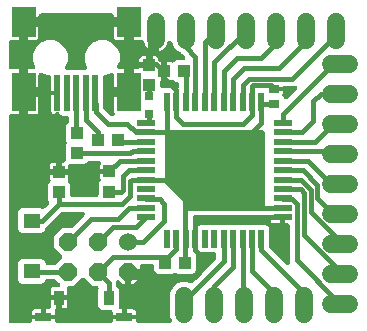
<source format=gbr>
G04 EAGLE Gerber X2 export*
%TF.Part,Single*%
%TF.FileFunction,Copper,L1,Top,Mixed*%
%TF.FilePolarity,Positive*%
%TF.GenerationSoftware,Autodesk,EAGLE,9.0.0*%
%TF.CreationDate,2018-04-29T07:43:32Z*%
G75*
%MOMM*%
%FSLAX34Y34*%
%LPD*%
%AMOC8*
5,1,8,0,0,1.08239X$1,22.5*%
G01*
%ADD10R,1.000000X1.100000*%
%ADD11R,1.100000X1.000000*%
%ADD12R,1.470000X1.270000*%
%ADD13C,1.524000*%
%ADD14P,1.649562X8X202.500000*%
%ADD15R,0.800000X0.800000*%
%ADD16R,1.500000X0.500000*%
%ADD17R,0.500000X1.500000*%
%ADD18C,1.524000*%
%ADD19R,2.000000X2.500000*%
%ADD20R,2.000000X3.300000*%
%ADD21R,0.500000X3.100000*%
%ADD22R,1.450000X0.800000*%
%ADD23R,0.900000X1.270000*%
%ADD24R,0.900000X0.700000*%
%ADD25C,0.406400*%

G36*
X27606Y10163D02*
X27606Y10163D01*
X27624Y10161D01*
X27806Y10182D01*
X27989Y10201D01*
X28006Y10206D01*
X28023Y10208D01*
X28198Y10265D01*
X28374Y10319D01*
X28389Y10327D01*
X28406Y10333D01*
X28566Y10423D01*
X28728Y10511D01*
X28741Y10522D01*
X28757Y10531D01*
X28896Y10651D01*
X29037Y10768D01*
X29048Y10782D01*
X29062Y10794D01*
X29174Y10939D01*
X29289Y11082D01*
X29297Y11098D01*
X29308Y11112D01*
X29390Y11277D01*
X29475Y11439D01*
X29480Y11456D01*
X29488Y11472D01*
X29535Y11651D01*
X29586Y11826D01*
X29588Y11844D01*
X29592Y11861D01*
X29619Y12192D01*
X29619Y13209D01*
X39410Y13209D01*
X49201Y13209D01*
X49201Y12192D01*
X49203Y12174D01*
X49201Y12156D01*
X49222Y11974D01*
X49241Y11791D01*
X49246Y11774D01*
X49248Y11757D01*
X49305Y11582D01*
X49359Y11406D01*
X49367Y11391D01*
X49373Y11374D01*
X49463Y11214D01*
X49551Y11052D01*
X49562Y11039D01*
X49571Y11023D01*
X49691Y10884D01*
X49808Y10743D01*
X49822Y10732D01*
X49834Y10718D01*
X49979Y10606D01*
X50122Y10491D01*
X50138Y10483D01*
X50152Y10472D01*
X50317Y10390D01*
X50479Y10305D01*
X50496Y10300D01*
X50512Y10292D01*
X50691Y10245D01*
X50866Y10194D01*
X50884Y10192D01*
X50901Y10188D01*
X51232Y10161D01*
X96088Y10161D01*
X96106Y10163D01*
X96124Y10161D01*
X96306Y10182D01*
X96489Y10201D01*
X96506Y10206D01*
X96523Y10208D01*
X96698Y10265D01*
X96874Y10319D01*
X96889Y10327D01*
X96906Y10333D01*
X97066Y10423D01*
X97228Y10511D01*
X97241Y10522D01*
X97257Y10531D01*
X97396Y10651D01*
X97537Y10768D01*
X97548Y10782D01*
X97562Y10794D01*
X97674Y10939D01*
X97789Y11082D01*
X97797Y11098D01*
X97808Y11112D01*
X97890Y11277D01*
X97975Y11439D01*
X97980Y11456D01*
X97988Y11472D01*
X98035Y11651D01*
X98086Y11826D01*
X98088Y11844D01*
X98092Y11861D01*
X98119Y12192D01*
X98119Y13209D01*
X107910Y13209D01*
X117701Y13209D01*
X117701Y12192D01*
X117703Y12174D01*
X117701Y12156D01*
X117722Y11974D01*
X117741Y11791D01*
X117746Y11774D01*
X117748Y11757D01*
X117805Y11582D01*
X117859Y11406D01*
X117867Y11391D01*
X117873Y11374D01*
X117963Y11214D01*
X118051Y11052D01*
X118062Y11039D01*
X118071Y11023D01*
X118191Y10884D01*
X118308Y10743D01*
X118322Y10732D01*
X118334Y10718D01*
X118479Y10606D01*
X118622Y10491D01*
X118638Y10483D01*
X118652Y10472D01*
X118817Y10390D01*
X118979Y10305D01*
X118996Y10300D01*
X119012Y10292D01*
X119191Y10245D01*
X119366Y10194D01*
X119384Y10192D01*
X119401Y10188D01*
X119732Y10161D01*
X146219Y10161D01*
X146232Y10162D01*
X146245Y10161D01*
X146432Y10182D01*
X146619Y10201D01*
X146632Y10205D01*
X146645Y10206D01*
X146823Y10263D01*
X147004Y10319D01*
X147016Y10325D01*
X147029Y10329D01*
X147192Y10421D01*
X147358Y10511D01*
X147368Y10519D01*
X147380Y10526D01*
X147523Y10648D01*
X147667Y10768D01*
X147676Y10779D01*
X147686Y10787D01*
X147802Y10936D01*
X147920Y11082D01*
X147926Y11094D01*
X147934Y11104D01*
X148019Y11274D01*
X148105Y11439D01*
X148109Y11452D01*
X148115Y11464D01*
X148165Y11646D01*
X148217Y11826D01*
X148218Y11840D01*
X148221Y11853D01*
X148234Y12040D01*
X148250Y12228D01*
X148248Y12241D01*
X148249Y12254D01*
X148224Y12442D01*
X148203Y12627D01*
X148198Y12640D01*
X148197Y12653D01*
X148095Y12969D01*
X147065Y15456D01*
X147065Y35344D01*
X148844Y39639D01*
X152131Y42926D01*
X156426Y44705D01*
X161074Y44705D01*
X163037Y43892D01*
X163058Y43885D01*
X163078Y43875D01*
X163250Y43827D01*
X163422Y43775D01*
X163444Y43773D01*
X163466Y43767D01*
X163645Y43754D01*
X163823Y43737D01*
X163845Y43740D01*
X163867Y43738D01*
X164045Y43760D01*
X164223Y43779D01*
X164245Y43786D01*
X164267Y43788D01*
X164437Y43845D01*
X164608Y43899D01*
X164627Y43910D01*
X164648Y43917D01*
X164803Y44006D01*
X164961Y44092D01*
X164978Y44106D01*
X164997Y44118D01*
X165250Y44332D01*
X185458Y64540D01*
X185475Y64561D01*
X185496Y64579D01*
X185603Y64717D01*
X185713Y64852D01*
X185726Y64876D01*
X185742Y64897D01*
X185820Y65054D01*
X185902Y65208D01*
X185910Y65233D01*
X185922Y65257D01*
X185967Y65427D01*
X186017Y65594D01*
X186019Y65620D01*
X186026Y65646D01*
X186053Y65977D01*
X186053Y68104D01*
X186051Y68122D01*
X186053Y68140D01*
X186032Y68322D01*
X186013Y68505D01*
X186008Y68522D01*
X186006Y68539D01*
X185949Y68714D01*
X185895Y68890D01*
X185887Y68905D01*
X185881Y68922D01*
X185791Y69082D01*
X185703Y69244D01*
X185692Y69257D01*
X185683Y69273D01*
X185563Y69412D01*
X185446Y69553D01*
X185432Y69564D01*
X185420Y69578D01*
X185275Y69690D01*
X185132Y69805D01*
X185116Y69813D01*
X185102Y69824D01*
X184937Y69906D01*
X184775Y69991D01*
X184758Y69996D01*
X184742Y70004D01*
X184563Y70051D01*
X184388Y70102D01*
X184370Y70104D01*
X184353Y70108D01*
X184022Y70135D01*
X180820Y70135D01*
X180710Y70165D01*
X180542Y70216D01*
X180515Y70219D01*
X180489Y70226D01*
X180315Y70238D01*
X180141Y70254D01*
X180114Y70252D01*
X180088Y70253D01*
X179915Y70231D01*
X179741Y70213D01*
X179715Y70205D01*
X179688Y70201D01*
X179483Y70135D01*
X172841Y70135D01*
X171187Y70821D01*
X171179Y70823D01*
X171171Y70827D01*
X170987Y70881D01*
X170802Y70937D01*
X170793Y70938D01*
X170784Y70940D01*
X170593Y70957D01*
X170401Y70975D01*
X170392Y70974D01*
X170383Y70975D01*
X170191Y70953D01*
X170000Y70933D01*
X169992Y70931D01*
X169983Y70930D01*
X169800Y70871D01*
X169616Y70814D01*
X169608Y70809D01*
X169600Y70807D01*
X169431Y70712D01*
X169263Y70620D01*
X169256Y70615D01*
X169248Y70610D01*
X169101Y70484D01*
X168955Y70361D01*
X168949Y70354D01*
X168942Y70348D01*
X168824Y70197D01*
X168704Y70046D01*
X168700Y70038D01*
X168694Y70031D01*
X168608Y69859D01*
X168520Y69688D01*
X168517Y69680D01*
X168513Y69672D01*
X168462Y69485D01*
X168410Y69301D01*
X168409Y69292D01*
X168407Y69283D01*
X168394Y69091D01*
X168379Y68899D01*
X168380Y68891D01*
X168380Y68882D01*
X168404Y68693D01*
X168428Y68500D01*
X168431Y68491D01*
X168432Y68482D01*
X168533Y68167D01*
X168695Y67777D01*
X168695Y55159D01*
X168076Y53666D01*
X166932Y52522D01*
X165439Y51903D01*
X153821Y51903D01*
X152154Y52594D01*
X152060Y52642D01*
X151899Y52727D01*
X151882Y52732D01*
X151865Y52740D01*
X151688Y52790D01*
X151513Y52842D01*
X151495Y52843D01*
X151478Y52848D01*
X151296Y52862D01*
X151112Y52878D01*
X151094Y52876D01*
X151076Y52878D01*
X150895Y52855D01*
X150712Y52835D01*
X150695Y52829D01*
X150677Y52827D01*
X150504Y52769D01*
X150328Y52713D01*
X150312Y52704D01*
X150295Y52699D01*
X150137Y52607D01*
X150131Y52604D01*
X148439Y51903D01*
X136821Y51903D01*
X135328Y52522D01*
X134184Y53666D01*
X133565Y55159D01*
X133565Y57912D01*
X133563Y57930D01*
X133565Y57948D01*
X133544Y58130D01*
X133525Y58313D01*
X133520Y58330D01*
X133518Y58347D01*
X133461Y58522D01*
X133407Y58698D01*
X133399Y58713D01*
X133393Y58730D01*
X133303Y58890D01*
X133215Y59052D01*
X133204Y59065D01*
X133195Y59081D01*
X133075Y59220D01*
X132958Y59361D01*
X132944Y59372D01*
X132932Y59386D01*
X132787Y59498D01*
X132644Y59613D01*
X132628Y59621D01*
X132614Y59632D01*
X132449Y59714D01*
X132287Y59799D01*
X132270Y59804D01*
X132254Y59812D01*
X132075Y59859D01*
X131900Y59910D01*
X131882Y59912D01*
X131865Y59916D01*
X131534Y59943D01*
X123190Y59943D01*
X123172Y59941D01*
X123154Y59943D01*
X122972Y59922D01*
X122789Y59903D01*
X122772Y59898D01*
X122755Y59896D01*
X122580Y59839D01*
X122404Y59785D01*
X122389Y59777D01*
X122372Y59771D01*
X122212Y59681D01*
X122050Y59593D01*
X122037Y59582D01*
X122021Y59573D01*
X121882Y59453D01*
X121741Y59336D01*
X121730Y59322D01*
X121716Y59310D01*
X121604Y59165D01*
X121489Y59022D01*
X121481Y59006D01*
X121470Y58992D01*
X121388Y58827D01*
X121303Y58665D01*
X121298Y58648D01*
X121290Y58632D01*
X121243Y58453D01*
X121192Y58278D01*
X121190Y58260D01*
X121186Y58243D01*
X121159Y57912D01*
X121159Y55879D01*
X111506Y55879D01*
X111488Y55877D01*
X111471Y55879D01*
X111288Y55858D01*
X111106Y55839D01*
X111089Y55834D01*
X111071Y55832D01*
X110896Y55775D01*
X110721Y55721D01*
X110705Y55713D01*
X110688Y55707D01*
X110528Y55617D01*
X110367Y55529D01*
X110353Y55518D01*
X110337Y55509D01*
X110198Y55389D01*
X110057Y55272D01*
X110046Y55258D01*
X110033Y55246D01*
X109920Y55101D01*
X109805Y54958D01*
X109797Y54942D01*
X109786Y54928D01*
X109704Y54763D01*
X109664Y54687D01*
X109512Y54601D01*
X109350Y54513D01*
X109337Y54502D01*
X109321Y54493D01*
X109182Y54373D01*
X109041Y54255D01*
X109030Y54242D01*
X109016Y54230D01*
X108904Y54085D01*
X108789Y53942D01*
X108781Y53926D01*
X108770Y53912D01*
X108688Y53747D01*
X108603Y53584D01*
X108598Y53567D01*
X108590Y53551D01*
X108542Y53373D01*
X108492Y53198D01*
X108490Y53180D01*
X108486Y53163D01*
X108459Y52832D01*
X108459Y43179D01*
X106789Y43179D01*
X104224Y45744D01*
X104217Y45750D01*
X104212Y45757D01*
X104062Y45877D01*
X103913Y45999D01*
X103905Y46004D01*
X103898Y46009D01*
X103728Y46098D01*
X103557Y46188D01*
X103548Y46191D01*
X103541Y46195D01*
X103356Y46248D01*
X103171Y46303D01*
X103162Y46304D01*
X103154Y46306D01*
X102963Y46322D01*
X102770Y46339D01*
X102761Y46338D01*
X102752Y46339D01*
X102563Y46317D01*
X102370Y46296D01*
X102361Y46293D01*
X102353Y46292D01*
X102171Y46233D01*
X101986Y46174D01*
X101978Y46170D01*
X101970Y46167D01*
X101801Y46072D01*
X101634Y45979D01*
X101627Y45974D01*
X101619Y45969D01*
X101473Y45843D01*
X101327Y45719D01*
X101321Y45712D01*
X101314Y45706D01*
X101197Y45554D01*
X101077Y45403D01*
X101073Y45395D01*
X101068Y45388D01*
X100982Y45216D01*
X100895Y45044D01*
X100892Y45036D01*
X100888Y45027D01*
X100838Y44842D01*
X100787Y44656D01*
X100786Y44647D01*
X100784Y44639D01*
X100757Y44308D01*
X100757Y42933D01*
X100759Y42906D01*
X100757Y42880D01*
X100779Y42706D01*
X100797Y42532D01*
X100804Y42507D01*
X100808Y42480D01*
X100864Y42314D01*
X100915Y42147D01*
X100928Y42124D01*
X100936Y42099D01*
X101023Y41947D01*
X101107Y41793D01*
X101124Y41773D01*
X101137Y41750D01*
X101352Y41497D01*
X102606Y40243D01*
X103225Y38749D01*
X103225Y24373D01*
X103174Y24204D01*
X103172Y24191D01*
X103169Y24178D01*
X103153Y23990D01*
X103136Y23803D01*
X103137Y23790D01*
X103136Y23776D01*
X103158Y23589D01*
X103177Y23403D01*
X103181Y23390D01*
X103183Y23377D01*
X103241Y23198D01*
X103297Y23018D01*
X103303Y23007D01*
X103308Y22994D01*
X103400Y22830D01*
X103490Y22665D01*
X103499Y22655D01*
X103505Y22643D01*
X103629Y22501D01*
X103749Y22357D01*
X103760Y22349D01*
X103769Y22338D01*
X103917Y22223D01*
X104064Y22106D01*
X104076Y22100D01*
X104087Y22092D01*
X104255Y22008D01*
X104422Y21922D01*
X104435Y21918D01*
X104447Y21912D01*
X104629Y21863D01*
X104810Y21812D01*
X104823Y21811D01*
X104836Y21808D01*
X105167Y21781D01*
X105879Y21781D01*
X105879Y17271D01*
X98119Y17271D01*
X98119Y19144D01*
X98117Y19162D01*
X98119Y19180D01*
X98098Y19362D01*
X98079Y19545D01*
X98074Y19562D01*
X98072Y19579D01*
X98015Y19754D01*
X97961Y19930D01*
X97953Y19945D01*
X97947Y19962D01*
X97857Y20122D01*
X97769Y20284D01*
X97758Y20297D01*
X97749Y20313D01*
X97629Y20452D01*
X97512Y20593D01*
X97498Y20604D01*
X97486Y20618D01*
X97341Y20730D01*
X97198Y20845D01*
X97182Y20853D01*
X97168Y20864D01*
X97003Y20946D01*
X96841Y21031D01*
X96824Y21036D01*
X96808Y21044D01*
X96629Y21091D01*
X96454Y21142D01*
X96436Y21144D01*
X96419Y21148D01*
X96088Y21175D01*
X89351Y21175D01*
X87858Y21794D01*
X86714Y22938D01*
X86095Y24431D01*
X86095Y38748D01*
X86136Y38847D01*
X86140Y38860D01*
X86146Y38871D01*
X86198Y39051D01*
X86252Y39232D01*
X86254Y39245D01*
X86257Y39258D01*
X86273Y39446D01*
X86291Y39633D01*
X86289Y39646D01*
X86290Y39660D01*
X86268Y39847D01*
X86249Y40033D01*
X86245Y40046D01*
X86243Y40059D01*
X86185Y40238D01*
X86129Y40418D01*
X86123Y40429D01*
X86119Y40442D01*
X86026Y40606D01*
X85936Y40771D01*
X85927Y40781D01*
X85921Y40793D01*
X85798Y40935D01*
X85677Y41079D01*
X85666Y41087D01*
X85657Y41098D01*
X85509Y41212D01*
X85362Y41330D01*
X85350Y41336D01*
X85339Y41344D01*
X85172Y41428D01*
X85004Y41514D01*
X84991Y41518D01*
X84979Y41524D01*
X84798Y41572D01*
X84616Y41624D01*
X84603Y41625D01*
X84590Y41628D01*
X84259Y41655D01*
X80758Y41655D01*
X74334Y48079D01*
X74321Y48090D01*
X74309Y48104D01*
X74165Y48218D01*
X74023Y48334D01*
X74007Y48342D01*
X73993Y48354D01*
X73829Y48437D01*
X73667Y48523D01*
X73650Y48528D01*
X73634Y48536D01*
X73457Y48585D01*
X73281Y48637D01*
X73263Y48639D01*
X73246Y48644D01*
X73063Y48657D01*
X72880Y48674D01*
X72862Y48672D01*
X72845Y48673D01*
X72663Y48650D01*
X72480Y48630D01*
X72463Y48625D01*
X72445Y48623D01*
X72272Y48565D01*
X72096Y48509D01*
X72080Y48500D01*
X72064Y48495D01*
X71904Y48403D01*
X71744Y48314D01*
X71730Y48303D01*
X71715Y48294D01*
X71462Y48079D01*
X65038Y41655D01*
X61442Y41655D01*
X61360Y41647D01*
X61278Y41649D01*
X61160Y41627D01*
X61041Y41615D01*
X60963Y41591D01*
X60882Y41577D01*
X60771Y41532D01*
X60656Y41497D01*
X60584Y41458D01*
X60508Y41428D01*
X60408Y41362D01*
X60302Y41305D01*
X60239Y41253D01*
X60170Y41208D01*
X60085Y41124D01*
X59993Y41048D01*
X59942Y40984D01*
X59883Y40926D01*
X59816Y40827D01*
X59741Y40734D01*
X59703Y40661D01*
X59657Y40593D01*
X59610Y40483D01*
X59555Y40377D01*
X59533Y40298D01*
X59501Y40222D01*
X59477Y40105D01*
X59444Y39990D01*
X59437Y39908D01*
X59421Y39827D01*
X59421Y39708D01*
X59411Y39588D01*
X59421Y39507D01*
X59421Y39425D01*
X59448Y39275D01*
X59458Y39189D01*
X59471Y39150D01*
X59480Y39098D01*
X59701Y38274D01*
X59701Y33839D01*
X52878Y33839D01*
X52860Y33837D01*
X52843Y33839D01*
X52679Y33820D01*
X52442Y33839D01*
X45619Y33839D01*
X45619Y38275D01*
X45792Y38921D01*
X46127Y39500D01*
X46600Y39973D01*
X47179Y40308D01*
X47825Y40481D01*
X51629Y40481D01*
X51638Y40482D01*
X51647Y40481D01*
X51838Y40502D01*
X52029Y40521D01*
X52038Y40523D01*
X52047Y40524D01*
X52229Y40582D01*
X52414Y40639D01*
X52422Y40643D01*
X52431Y40646D01*
X52599Y40739D01*
X52768Y40831D01*
X52775Y40836D01*
X52783Y40841D01*
X52930Y40965D01*
X53078Y41088D01*
X53083Y41095D01*
X53090Y41101D01*
X53209Y41252D01*
X53330Y41402D01*
X53334Y41410D01*
X53340Y41417D01*
X53427Y41590D01*
X53515Y41759D01*
X53518Y41768D01*
X53522Y41776D01*
X53574Y41962D01*
X53627Y42146D01*
X53628Y42155D01*
X53630Y42164D01*
X53644Y42357D01*
X53660Y42548D01*
X53659Y42556D01*
X53659Y42565D01*
X53635Y42758D01*
X53613Y42947D01*
X53610Y42956D01*
X53609Y42965D01*
X53547Y43148D01*
X53488Y43330D01*
X53483Y43338D01*
X53481Y43346D01*
X53385Y43512D01*
X53290Y43681D01*
X53284Y43688D01*
X53280Y43695D01*
X53065Y43948D01*
X50365Y46648D01*
X50344Y46665D01*
X50327Y46686D01*
X50189Y46792D01*
X50053Y46903D01*
X50030Y46916D01*
X50009Y46932D01*
X49852Y47010D01*
X49698Y47092D01*
X49672Y47100D01*
X49648Y47112D01*
X49479Y47157D01*
X49312Y47207D01*
X49285Y47209D01*
X49259Y47216D01*
X48929Y47243D01*
X42682Y47243D01*
X42660Y47241D01*
X42638Y47243D01*
X42460Y47221D01*
X42281Y47203D01*
X42260Y47197D01*
X42238Y47194D01*
X42068Y47138D01*
X41897Y47085D01*
X41877Y47075D01*
X41856Y47068D01*
X41700Y46979D01*
X41543Y46893D01*
X41525Y46879D01*
X41506Y46868D01*
X41371Y46750D01*
X41233Y46636D01*
X41219Y46618D01*
X41202Y46604D01*
X41093Y46462D01*
X40981Y46322D01*
X40971Y46302D01*
X40957Y46284D01*
X40805Y45989D01*
X40514Y45286D01*
X39370Y44142D01*
X37877Y43523D01*
X21559Y43523D01*
X20066Y44142D01*
X18922Y45286D01*
X18303Y46779D01*
X18303Y61097D01*
X18922Y62590D01*
X20066Y63734D01*
X21559Y64353D01*
X37877Y64353D01*
X39370Y63734D01*
X40514Y62590D01*
X41252Y60808D01*
X41291Y60682D01*
X41299Y60667D01*
X41305Y60650D01*
X41395Y60490D01*
X41483Y60328D01*
X41494Y60315D01*
X41503Y60299D01*
X41623Y60160D01*
X41740Y60019D01*
X41754Y60008D01*
X41766Y59994D01*
X41911Y59882D01*
X42054Y59767D01*
X42070Y59759D01*
X42084Y59748D01*
X42249Y59666D01*
X42411Y59581D01*
X42428Y59576D01*
X42444Y59568D01*
X42623Y59521D01*
X42798Y59470D01*
X42816Y59468D01*
X42833Y59464D01*
X43164Y59437D01*
X48929Y59437D01*
X48955Y59439D01*
X48982Y59437D01*
X49156Y59459D01*
X49329Y59477D01*
X49355Y59484D01*
X49381Y59488D01*
X49547Y59543D01*
X49714Y59595D01*
X49738Y59608D01*
X49763Y59616D01*
X49915Y59703D01*
X50068Y59787D01*
X50089Y59804D01*
X50112Y59817D01*
X50365Y60032D01*
X54937Y64604D01*
X54948Y64618D01*
X54962Y64629D01*
X55075Y64773D01*
X55192Y64915D01*
X55200Y64931D01*
X55212Y64945D01*
X55295Y65109D01*
X55381Y65271D01*
X55386Y65288D01*
X55394Y65304D01*
X55443Y65481D01*
X55495Y65657D01*
X55497Y65675D01*
X55502Y65692D01*
X55515Y65874D01*
X55532Y66058D01*
X55530Y66076D01*
X55531Y66093D01*
X55508Y66275D01*
X55488Y66458D01*
X55483Y66475D01*
X55481Y66493D01*
X55422Y66667D01*
X55367Y66842D01*
X55358Y66858D01*
X55353Y66874D01*
X55261Y67034D01*
X55172Y67194D01*
X55161Y67208D01*
X55152Y67223D01*
X54937Y67476D01*
X48513Y73900D01*
X48513Y83580D01*
X55358Y90425D01*
X62419Y90425D01*
X62446Y90427D01*
X62473Y90425D01*
X62647Y90447D01*
X62820Y90465D01*
X62845Y90472D01*
X62872Y90476D01*
X63038Y90531D01*
X63205Y90583D01*
X63228Y90596D01*
X63254Y90604D01*
X63405Y90691D01*
X63559Y90775D01*
X63579Y90792D01*
X63603Y90805D01*
X63856Y91020D01*
X74016Y101180D01*
X74021Y101187D01*
X74028Y101192D01*
X74148Y101342D01*
X74271Y101491D01*
X74275Y101499D01*
X74280Y101506D01*
X74369Y101677D01*
X74459Y101847D01*
X74462Y101855D01*
X74466Y101863D01*
X74519Y102049D01*
X74574Y102233D01*
X74575Y102242D01*
X74577Y102250D01*
X74593Y102442D01*
X74611Y102634D01*
X74610Y102643D01*
X74610Y102652D01*
X74588Y102841D01*
X74567Y103034D01*
X74564Y103043D01*
X74563Y103051D01*
X74504Y103233D01*
X74446Y103418D01*
X74441Y103426D01*
X74439Y103434D01*
X74343Y103603D01*
X74251Y103770D01*
X74245Y103777D01*
X74241Y103785D01*
X74115Y103931D01*
X73990Y104077D01*
X73983Y104083D01*
X73977Y104090D01*
X73826Y104207D01*
X73674Y104327D01*
X73666Y104331D01*
X73659Y104336D01*
X73487Y104422D01*
X73315Y104509D01*
X73307Y104512D01*
X73299Y104516D01*
X73112Y104566D01*
X72928Y104617D01*
X72919Y104618D01*
X72910Y104620D01*
X72579Y104647D01*
X55781Y104647D01*
X55754Y104645D01*
X55727Y104647D01*
X55554Y104625D01*
X55380Y104607D01*
X55355Y104600D01*
X55328Y104596D01*
X55162Y104541D01*
X54995Y104489D01*
X54972Y104476D01*
X54946Y104468D01*
X54795Y104381D01*
X54641Y104297D01*
X54621Y104280D01*
X54597Y104267D01*
X54344Y104052D01*
X41890Y91598D01*
X41859Y91572D01*
X41722Y91458D01*
X41707Y91440D01*
X41690Y91426D01*
X41581Y91284D01*
X41468Y91145D01*
X41457Y91125D01*
X41444Y91108D01*
X41364Y90947D01*
X41281Y90789D01*
X41274Y90767D01*
X41264Y90747D01*
X41218Y90574D01*
X41168Y90402D01*
X41166Y90380D01*
X41160Y90358D01*
X41133Y90027D01*
X41133Y89779D01*
X40514Y88286D01*
X39370Y87142D01*
X37877Y86523D01*
X21559Y86523D01*
X20066Y87142D01*
X18922Y88286D01*
X18303Y89779D01*
X18303Y104097D01*
X18922Y105590D01*
X20066Y106734D01*
X21559Y107353D01*
X37877Y107353D01*
X38407Y107133D01*
X38429Y107126D01*
X38449Y107116D01*
X38621Y107068D01*
X38793Y107016D01*
X38815Y107014D01*
X38837Y107008D01*
X39016Y106995D01*
X39194Y106978D01*
X39216Y106981D01*
X39238Y106979D01*
X39416Y107001D01*
X39594Y107020D01*
X39615Y107027D01*
X39638Y107029D01*
X39807Y107086D01*
X39978Y107140D01*
X39998Y107150D01*
X40019Y107158D01*
X40175Y107247D01*
X40332Y107333D01*
X40349Y107347D01*
X40368Y107358D01*
X40621Y107573D01*
X43983Y110935D01*
X43997Y110952D01*
X44014Y110967D01*
X44124Y111108D01*
X44238Y111246D01*
X44248Y111266D01*
X44262Y111284D01*
X44343Y111444D01*
X44426Y111602D01*
X44433Y111623D01*
X44443Y111643D01*
X44490Y111817D01*
X44541Y111988D01*
X44543Y112010D01*
X44549Y112032D01*
X44561Y112210D01*
X44578Y112389D01*
X44575Y112411D01*
X44577Y112433D01*
X44554Y112610D01*
X44534Y112789D01*
X44527Y112810D01*
X44525Y112833D01*
X44423Y113148D01*
X43767Y114731D01*
X43767Y127349D01*
X44386Y128842D01*
X44981Y129438D01*
X45039Y129508D01*
X45104Y129572D01*
X45166Y129663D01*
X45236Y129749D01*
X45279Y129830D01*
X45330Y129905D01*
X45373Y130007D01*
X45425Y130105D01*
X45451Y130192D01*
X45486Y130276D01*
X45508Y130385D01*
X45540Y130491D01*
X45548Y130581D01*
X45566Y130671D01*
X45566Y130781D01*
X45576Y130892D01*
X45566Y130983D01*
X45567Y131073D01*
X45542Y131209D01*
X45533Y131292D01*
X45518Y131338D01*
X45507Y131400D01*
X45291Y132205D01*
X45291Y135541D01*
X52364Y135541D01*
X52382Y135542D01*
X52399Y135541D01*
X52582Y135562D01*
X52764Y135581D01*
X52781Y135586D01*
X52799Y135588D01*
X52840Y135601D01*
X52934Y135574D01*
X52952Y135572D01*
X52969Y135568D01*
X53300Y135541D01*
X60373Y135541D01*
X60373Y132205D01*
X60157Y131400D01*
X60142Y131310D01*
X60118Y131222D01*
X60110Y131112D01*
X60092Y131003D01*
X60095Y130912D01*
X60088Y130821D01*
X60102Y130711D01*
X60106Y130600D01*
X60127Y130512D01*
X60139Y130421D01*
X60174Y130316D01*
X60200Y130209D01*
X60238Y130126D01*
X60267Y130040D01*
X60322Y129944D01*
X60369Y129843D01*
X60422Y129770D01*
X60468Y129691D01*
X60557Y129586D01*
X60606Y129518D01*
X60642Y129486D01*
X60683Y129438D01*
X61278Y128842D01*
X61897Y127349D01*
X61897Y118872D01*
X61899Y118854D01*
X61897Y118836D01*
X61918Y118654D01*
X61937Y118471D01*
X61942Y118454D01*
X61944Y118437D01*
X62001Y118262D01*
X62055Y118086D01*
X62063Y118071D01*
X62069Y118054D01*
X62159Y117894D01*
X62247Y117732D01*
X62258Y117719D01*
X62267Y117703D01*
X62387Y117564D01*
X62504Y117423D01*
X62518Y117412D01*
X62530Y117398D01*
X62675Y117286D01*
X62818Y117171D01*
X62834Y117163D01*
X62848Y117152D01*
X63013Y117070D01*
X63175Y116985D01*
X63192Y116980D01*
X63208Y116972D01*
X63387Y116925D01*
X63562Y116874D01*
X63580Y116872D01*
X63597Y116868D01*
X63928Y116841D01*
X84154Y116841D01*
X84172Y116843D01*
X84190Y116841D01*
X84372Y116862D01*
X84555Y116881D01*
X84572Y116886D01*
X84589Y116888D01*
X84764Y116945D01*
X84940Y116999D01*
X84955Y117007D01*
X84972Y117013D01*
X85132Y117103D01*
X85294Y117191D01*
X85307Y117202D01*
X85323Y117211D01*
X85462Y117331D01*
X85603Y117448D01*
X85614Y117462D01*
X85628Y117474D01*
X85740Y117619D01*
X85855Y117762D01*
X85863Y117778D01*
X85874Y117792D01*
X85956Y117957D01*
X86041Y118119D01*
X86046Y118136D01*
X86054Y118152D01*
X86101Y118331D01*
X86152Y118506D01*
X86154Y118524D01*
X86158Y118541D01*
X86185Y118872D01*
X86185Y127857D01*
X86804Y129350D01*
X87399Y129946D01*
X87457Y130016D01*
X87522Y130080D01*
X87584Y130171D01*
X87654Y130257D01*
X87697Y130338D01*
X87748Y130413D01*
X87791Y130515D01*
X87843Y130613D01*
X87869Y130700D01*
X87904Y130784D01*
X87926Y130893D01*
X87958Y130999D01*
X87966Y131089D01*
X87984Y131179D01*
X87984Y131289D01*
X87994Y131400D01*
X87984Y131491D01*
X87985Y131581D01*
X87960Y131717D01*
X87951Y131800D01*
X87936Y131846D01*
X87925Y131908D01*
X87709Y132713D01*
X87709Y136049D01*
X94782Y136049D01*
X94800Y136050D01*
X94817Y136049D01*
X95000Y136070D01*
X95182Y136089D01*
X95199Y136094D01*
X95217Y136096D01*
X95392Y136153D01*
X95567Y136207D01*
X95583Y136215D01*
X95600Y136221D01*
X95760Y136311D01*
X95921Y136398D01*
X95935Y136410D01*
X95951Y136419D01*
X96090Y136539D01*
X96231Y136656D01*
X96242Y136670D01*
X96255Y136682D01*
X96368Y136827D01*
X96483Y136970D01*
X96491Y136986D01*
X96502Y137000D01*
X96584Y137165D01*
X96668Y137327D01*
X96673Y137344D01*
X96681Y137360D01*
X96729Y137539D01*
X96780Y137714D01*
X96781Y137732D01*
X96786Y137749D01*
X96813Y138080D01*
X96813Y139016D01*
X96811Y139034D01*
X96813Y139052D01*
X96791Y139233D01*
X96773Y139417D01*
X96768Y139434D01*
X96766Y139451D01*
X96709Y139626D01*
X96655Y139802D01*
X96647Y139817D01*
X96641Y139834D01*
X96551Y139994D01*
X96463Y140156D01*
X96452Y140169D01*
X96443Y140185D01*
X96323Y140324D01*
X96205Y140465D01*
X96192Y140476D01*
X96180Y140490D01*
X96035Y140602D01*
X95892Y140717D01*
X95876Y140725D01*
X95862Y140736D01*
X95697Y140818D01*
X95534Y140903D01*
X95517Y140908D01*
X95501Y140916D01*
X95323Y140963D01*
X95148Y141014D01*
X95130Y141016D01*
X95113Y141020D01*
X94782Y141047D01*
X87709Y141047D01*
X87709Y144383D01*
X87916Y145152D01*
X87929Y145233D01*
X87952Y145312D01*
X87961Y145432D01*
X87981Y145550D01*
X87978Y145632D01*
X87984Y145714D01*
X87970Y145832D01*
X87966Y145952D01*
X87947Y146032D01*
X87938Y146113D01*
X87900Y146227D01*
X87873Y146344D01*
X87838Y146418D01*
X87813Y146496D01*
X87754Y146600D01*
X87704Y146709D01*
X87655Y146775D01*
X87615Y146847D01*
X87537Y146937D01*
X87466Y147034D01*
X87405Y147089D01*
X87352Y147152D01*
X87257Y147225D01*
X87169Y147306D01*
X87098Y147348D01*
X87034Y147398D01*
X86926Y147452D01*
X86824Y147513D01*
X86747Y147541D01*
X86673Y147578D01*
X86557Y147609D01*
X86445Y147649D01*
X86364Y147661D01*
X86284Y147682D01*
X86132Y147695D01*
X86046Y147707D01*
X86006Y147705D01*
X85953Y147709D01*
X78621Y147709D01*
X78598Y147707D01*
X78576Y147709D01*
X78398Y147687D01*
X78220Y147669D01*
X78199Y147663D01*
X78176Y147660D01*
X78006Y147604D01*
X77835Y147551D01*
X77815Y147541D01*
X77794Y147534D01*
X77639Y147445D01*
X77481Y147359D01*
X77464Y147345D01*
X77444Y147334D01*
X77309Y147216D01*
X77172Y147102D01*
X77158Y147084D01*
X77141Y147070D01*
X77031Y146927D01*
X76919Y146788D01*
X76909Y146768D01*
X76895Y146750D01*
X76774Y146513D01*
X75620Y145360D01*
X74127Y144741D01*
X62404Y144741D01*
X62386Y144739D01*
X62368Y144741D01*
X62186Y144720D01*
X62003Y144701D01*
X61986Y144696D01*
X61969Y144694D01*
X61794Y144637D01*
X61618Y144583D01*
X61603Y144575D01*
X61586Y144569D01*
X61426Y144479D01*
X61264Y144391D01*
X61251Y144380D01*
X61235Y144371D01*
X61096Y144251D01*
X60955Y144134D01*
X60944Y144120D01*
X60930Y144108D01*
X60818Y143963D01*
X60703Y143820D01*
X60695Y143804D01*
X60684Y143790D01*
X60602Y143625D01*
X60517Y143463D01*
X60512Y143446D01*
X60504Y143430D01*
X60457Y143251D01*
X60406Y143076D01*
X60404Y143058D01*
X60400Y143041D01*
X60373Y142710D01*
X60373Y140539D01*
X55331Y140539D01*
X55331Y146081D01*
X56222Y146081D01*
X56240Y146083D01*
X56258Y146081D01*
X56440Y146102D01*
X56623Y146121D01*
X56640Y146126D01*
X56657Y146128D01*
X56832Y146185D01*
X57008Y146239D01*
X57023Y146247D01*
X57040Y146253D01*
X57200Y146343D01*
X57362Y146431D01*
X57375Y146442D01*
X57391Y146451D01*
X57530Y146571D01*
X57671Y146688D01*
X57682Y146702D01*
X57696Y146714D01*
X57808Y146859D01*
X57923Y147002D01*
X57931Y147018D01*
X57942Y147032D01*
X58024Y147197D01*
X58109Y147359D01*
X58114Y147376D01*
X58122Y147392D01*
X58169Y147571D01*
X58220Y147746D01*
X58222Y147764D01*
X58226Y147781D01*
X58253Y148112D01*
X58253Y159615D01*
X58944Y161282D01*
X58992Y161376D01*
X59077Y161537D01*
X59082Y161554D01*
X59090Y161571D01*
X59140Y161748D01*
X59192Y161923D01*
X59193Y161941D01*
X59198Y161958D01*
X59212Y162140D01*
X59228Y162324D01*
X59226Y162342D01*
X59228Y162360D01*
X59205Y162540D01*
X59185Y162724D01*
X59179Y162741D01*
X59177Y162759D01*
X59119Y162932D01*
X59063Y163108D01*
X59054Y163124D01*
X59049Y163141D01*
X58957Y163299D01*
X58954Y163305D01*
X58253Y164997D01*
X58253Y176615D01*
X58872Y178108D01*
X60022Y179258D01*
X60156Y179334D01*
X60314Y179419D01*
X60331Y179433D01*
X60351Y179444D01*
X60486Y179561D01*
X60625Y179675D01*
X60639Y179693D01*
X60656Y179707D01*
X60765Y179848D01*
X60878Y179988D01*
X60889Y180008D01*
X60902Y180025D01*
X60982Y180185D01*
X61065Y180344D01*
X61072Y180366D01*
X61082Y180386D01*
X61128Y180559D01*
X61178Y180731D01*
X61180Y180753D01*
X61186Y180775D01*
X61213Y181105D01*
X61213Y183354D01*
X61211Y183372D01*
X61213Y183390D01*
X61192Y183572D01*
X61173Y183755D01*
X61168Y183772D01*
X61166Y183789D01*
X61109Y183964D01*
X61055Y184140D01*
X61047Y184155D01*
X61041Y184172D01*
X60951Y184332D01*
X60863Y184494D01*
X60852Y184507D01*
X60843Y184523D01*
X60723Y184662D01*
X60606Y184803D01*
X60592Y184814D01*
X60580Y184828D01*
X60435Y184940D01*
X60292Y185055D01*
X60276Y185063D01*
X60262Y185074D01*
X60097Y185156D01*
X59935Y185241D01*
X59918Y185246D01*
X59902Y185254D01*
X59723Y185301D01*
X59548Y185352D01*
X59530Y185354D01*
X59513Y185358D01*
X59182Y185385D01*
X56001Y185385D01*
X54508Y186004D01*
X54197Y186314D01*
X54190Y186320D01*
X54189Y186322D01*
X54177Y186331D01*
X54159Y186352D01*
X54021Y186459D01*
X53886Y186569D01*
X53862Y186582D01*
X53841Y186598D01*
X53684Y186676D01*
X53530Y186758D01*
X53504Y186766D01*
X53480Y186778D01*
X53341Y186815D01*
X53321Y187004D01*
X53301Y187199D01*
X53300Y187204D01*
X53299Y187209D01*
X53206Y187527D01*
X53206Y187528D01*
X53192Y187555D01*
X53183Y187584D01*
X53183Y187585D01*
X53102Y187735D01*
X53025Y187888D01*
X53006Y187912D01*
X52991Y187939D01*
X52882Y188070D01*
X52776Y188205D01*
X52753Y188225D01*
X52734Y188248D01*
X52600Y188355D01*
X52470Y188466D01*
X52444Y188481D01*
X52420Y188500D01*
X52268Y188579D01*
X52119Y188662D01*
X52090Y188672D01*
X52062Y188686D01*
X51898Y188733D01*
X51735Y188785D01*
X51705Y188789D01*
X51676Y188797D01*
X51505Y188811D01*
X51335Y188830D01*
X51305Y188828D01*
X51274Y188830D01*
X51104Y188810D01*
X50934Y188795D01*
X50905Y188787D01*
X50874Y188783D01*
X50712Y188730D01*
X50548Y188682D01*
X50521Y188668D01*
X50492Y188658D01*
X50342Y188574D01*
X50191Y188495D01*
X50168Y188475D01*
X50141Y188460D01*
X50011Y188348D01*
X49879Y188241D01*
X49859Y188217D01*
X49836Y188197D01*
X49732Y188062D01*
X49623Y187930D01*
X49608Y187903D01*
X49590Y187879D01*
X49513Y187726D01*
X49433Y187575D01*
X49424Y187546D01*
X49410Y187519D01*
X49366Y187353D01*
X49316Y187190D01*
X49314Y187159D01*
X49306Y187130D01*
X49288Y186909D01*
X48475Y186909D01*
X47829Y187082D01*
X47250Y187417D01*
X46777Y187890D01*
X46442Y188469D01*
X46269Y189115D01*
X46269Y202919D01*
X50714Y202919D01*
X50732Y202920D01*
X50750Y202919D01*
X50932Y202940D01*
X51115Y202958D01*
X51132Y202964D01*
X51149Y202966D01*
X51324Y203023D01*
X51500Y203077D01*
X51515Y203085D01*
X51532Y203091D01*
X51692Y203181D01*
X51854Y203268D01*
X51867Y203280D01*
X51883Y203289D01*
X52022Y203409D01*
X52163Y203526D01*
X52174Y203540D01*
X52188Y203552D01*
X52300Y203697D01*
X52415Y203840D01*
X52423Y203856D01*
X52434Y203870D01*
X52516Y204035D01*
X52601Y204197D01*
X52606Y204214D01*
X52614Y204230D01*
X52661Y204408D01*
X52712Y204584D01*
X52714Y204602D01*
X52718Y204619D01*
X52745Y204950D01*
X52744Y204968D01*
X52745Y204985D01*
X52745Y204986D01*
X52724Y205168D01*
X52705Y205351D01*
X52700Y205368D01*
X52698Y205386D01*
X52641Y205560D01*
X52587Y205736D01*
X52579Y205751D01*
X52573Y205768D01*
X52483Y205929D01*
X52395Y206090D01*
X52384Y206103D01*
X52375Y206119D01*
X52255Y206258D01*
X52138Y206399D01*
X52124Y206410D01*
X52112Y206424D01*
X51967Y206536D01*
X51824Y206651D01*
X51808Y206660D01*
X51794Y206670D01*
X51629Y206752D01*
X51467Y206837D01*
X51450Y206842D01*
X51434Y206850D01*
X51255Y206898D01*
X51080Y206948D01*
X51062Y206950D01*
X51045Y206954D01*
X50714Y206981D01*
X46269Y206981D01*
X46269Y218258D01*
X46267Y218276D01*
X46269Y218294D01*
X46248Y218476D01*
X46229Y218659D01*
X46224Y218676D01*
X46222Y218693D01*
X46165Y218868D01*
X46111Y219044D01*
X46103Y219059D01*
X46097Y219076D01*
X46007Y219236D01*
X45919Y219398D01*
X45908Y219411D01*
X45899Y219427D01*
X45779Y219566D01*
X45662Y219707D01*
X45648Y219718D01*
X45636Y219732D01*
X45491Y219844D01*
X45348Y219959D01*
X45332Y219967D01*
X45318Y219978D01*
X45153Y220060D01*
X44991Y220145D01*
X44974Y220150D01*
X44958Y220158D01*
X44779Y220205D01*
X44604Y220256D01*
X44586Y220258D01*
X44569Y220262D01*
X44238Y220289D01*
X42394Y220289D01*
X38159Y222043D01*
X38146Y222047D01*
X38135Y222053D01*
X37954Y222105D01*
X37774Y222160D01*
X37761Y222161D01*
X37748Y222165D01*
X37560Y222180D01*
X37373Y222198D01*
X37360Y222196D01*
X37346Y222198D01*
X37159Y222176D01*
X36973Y222156D01*
X36960Y222152D01*
X36947Y222151D01*
X36767Y222092D01*
X36588Y222036D01*
X36577Y222030D01*
X36564Y222026D01*
X36399Y221933D01*
X36235Y221843D01*
X36225Y221834D01*
X36213Y221828D01*
X36071Y221705D01*
X35927Y221584D01*
X35919Y221573D01*
X35908Y221565D01*
X35793Y221416D01*
X35676Y221269D01*
X35670Y221257D01*
X35662Y221247D01*
X35578Y221078D01*
X35492Y220911D01*
X35488Y220898D01*
X35482Y220886D01*
X35433Y220703D01*
X35382Y220524D01*
X35381Y220510D01*
X35378Y220497D01*
X35351Y220167D01*
X35351Y210013D01*
X26873Y210013D01*
X26873Y224991D01*
X30527Y224991D01*
X30540Y224992D01*
X30553Y224991D01*
X30739Y225012D01*
X30927Y225031D01*
X30940Y225035D01*
X30953Y225036D01*
X31132Y225093D01*
X31312Y225149D01*
X31324Y225155D01*
X31337Y225159D01*
X31501Y225251D01*
X31666Y225340D01*
X31676Y225349D01*
X31688Y225356D01*
X31831Y225478D01*
X31975Y225598D01*
X31984Y225609D01*
X31994Y225617D01*
X32110Y225766D01*
X32228Y225912D01*
X32234Y225924D01*
X32242Y225934D01*
X32326Y226102D01*
X32413Y226269D01*
X32417Y226282D01*
X32423Y226294D01*
X32473Y226476D01*
X32525Y226656D01*
X32526Y226670D01*
X32529Y226682D01*
X32542Y226871D01*
X32558Y227057D01*
X32556Y227071D01*
X32557Y227084D01*
X32533Y227271D01*
X32511Y227457D01*
X32507Y227470D01*
X32505Y227483D01*
X32403Y227799D01*
X30649Y232034D01*
X30649Y237866D01*
X32881Y243255D01*
X36884Y247257D01*
X36971Y247363D01*
X36972Y247365D01*
X42394Y249611D01*
X48226Y249611D01*
X53615Y247379D01*
X57739Y243255D01*
X59971Y237866D01*
X59971Y232034D01*
X58020Y227323D01*
X58016Y227310D01*
X58010Y227299D01*
X57958Y227119D01*
X57903Y226938D01*
X57902Y226925D01*
X57898Y226912D01*
X57883Y226724D01*
X57865Y226537D01*
X57866Y226524D01*
X57865Y226510D01*
X57887Y226324D01*
X57907Y226137D01*
X57911Y226124D01*
X57912Y226111D01*
X57970Y225932D01*
X58026Y225752D01*
X58033Y225741D01*
X58037Y225728D01*
X58130Y225563D01*
X58220Y225399D01*
X58228Y225389D01*
X58235Y225377D01*
X58358Y225235D01*
X58479Y225091D01*
X58489Y225083D01*
X58498Y225072D01*
X58647Y224957D01*
X58794Y224840D01*
X58806Y224834D01*
X58816Y224826D01*
X58985Y224742D01*
X59152Y224656D01*
X59165Y224652D01*
X59177Y224646D01*
X59359Y224597D01*
X59539Y224546D01*
X59552Y224545D01*
X59565Y224542D01*
X59896Y224515D01*
X62640Y224515D01*
X62750Y224485D01*
X62918Y224434D01*
X62945Y224431D01*
X62971Y224424D01*
X63145Y224412D01*
X63319Y224396D01*
X63346Y224398D01*
X63372Y224397D01*
X63545Y224419D01*
X63719Y224437D01*
X63745Y224445D01*
X63772Y224449D01*
X63977Y224515D01*
X70640Y224515D01*
X70750Y224485D01*
X70918Y224434D01*
X70945Y224431D01*
X70971Y224424D01*
X71145Y224412D01*
X71319Y224396D01*
X71346Y224398D01*
X71372Y224397D01*
X71545Y224419D01*
X71719Y224437D01*
X71745Y224445D01*
X71772Y224449D01*
X71977Y224515D01*
X74724Y224515D01*
X74737Y224516D01*
X74750Y224515D01*
X74937Y224536D01*
X75124Y224555D01*
X75137Y224559D01*
X75151Y224560D01*
X75330Y224618D01*
X75509Y224673D01*
X75521Y224679D01*
X75534Y224683D01*
X75699Y224775D01*
X75863Y224865D01*
X75874Y224873D01*
X75885Y224880D01*
X76028Y225002D01*
X76173Y225122D01*
X76181Y225133D01*
X76191Y225141D01*
X76307Y225289D01*
X76425Y225436D01*
X76431Y225448D01*
X76439Y225458D01*
X76524Y225627D01*
X76610Y225793D01*
X76614Y225806D01*
X76620Y225818D01*
X76669Y225998D01*
X76722Y226180D01*
X76723Y226194D01*
X76726Y226207D01*
X76739Y226395D01*
X76755Y226582D01*
X76753Y226595D01*
X76754Y226608D01*
X76730Y226796D01*
X76708Y226981D01*
X76704Y226994D01*
X76702Y227007D01*
X76600Y227323D01*
X74649Y232034D01*
X74649Y237866D01*
X76881Y243255D01*
X81005Y247379D01*
X86394Y249611D01*
X92226Y249611D01*
X97639Y247369D01*
X97656Y247352D01*
X97736Y247257D01*
X101739Y243255D01*
X103971Y237866D01*
X103971Y232034D01*
X102217Y227799D01*
X102213Y227786D01*
X102207Y227775D01*
X102155Y227594D01*
X102100Y227414D01*
X102099Y227401D01*
X102095Y227388D01*
X102080Y227200D01*
X102062Y227013D01*
X102064Y227000D01*
X102062Y226986D01*
X102084Y226799D01*
X102104Y226613D01*
X102108Y226600D01*
X102109Y226587D01*
X102168Y226407D01*
X102224Y226228D01*
X102230Y226217D01*
X102234Y226204D01*
X102327Y226039D01*
X102417Y225875D01*
X102426Y225865D01*
X102432Y225853D01*
X102555Y225711D01*
X102676Y225567D01*
X102687Y225559D01*
X102695Y225548D01*
X102844Y225433D01*
X102991Y225316D01*
X103003Y225310D01*
X103013Y225302D01*
X103182Y225218D01*
X103349Y225132D01*
X103362Y225128D01*
X103374Y225122D01*
X103557Y225073D01*
X103736Y225022D01*
X103750Y225021D01*
X103763Y225018D01*
X104093Y224991D01*
X107747Y224991D01*
X107747Y210013D01*
X99269Y210013D01*
X99269Y220167D01*
X99268Y220180D01*
X99269Y220193D01*
X99248Y220379D01*
X99229Y220567D01*
X99225Y220580D01*
X99224Y220593D01*
X99166Y220773D01*
X99111Y220952D01*
X99105Y220964D01*
X99101Y220977D01*
X99009Y221141D01*
X98919Y221306D01*
X98911Y221316D01*
X98904Y221328D01*
X98782Y221471D01*
X98662Y221615D01*
X98651Y221624D01*
X98643Y221634D01*
X98494Y221750D01*
X98348Y221868D01*
X98336Y221874D01*
X98326Y221882D01*
X98157Y221967D01*
X97991Y222053D01*
X97978Y222057D01*
X97966Y222063D01*
X97784Y222113D01*
X97604Y222165D01*
X97590Y222166D01*
X97577Y222169D01*
X97389Y222182D01*
X97202Y222198D01*
X97189Y222196D01*
X97176Y222197D01*
X96988Y222172D01*
X96803Y222151D01*
X96790Y222147D01*
X96777Y222145D01*
X96461Y222043D01*
X94552Y221253D01*
X92226Y220289D01*
X91906Y220289D01*
X91888Y220287D01*
X91870Y220289D01*
X91688Y220268D01*
X91505Y220249D01*
X91488Y220244D01*
X91471Y220242D01*
X91296Y220185D01*
X91120Y220131D01*
X91105Y220123D01*
X91088Y220117D01*
X90928Y220027D01*
X90766Y219939D01*
X90753Y219928D01*
X90737Y219919D01*
X90598Y219799D01*
X90457Y219682D01*
X90446Y219668D01*
X90432Y219656D01*
X90320Y219511D01*
X90205Y219368D01*
X90197Y219352D01*
X90186Y219338D01*
X90104Y219173D01*
X90019Y219011D01*
X90014Y218994D01*
X90006Y218978D01*
X89959Y218799D01*
X89908Y218624D01*
X89906Y218606D01*
X89902Y218589D01*
X89875Y218258D01*
X89875Y197152D01*
X89878Y197121D01*
X89876Y197090D01*
X89898Y196921D01*
X89915Y196752D01*
X89917Y196745D01*
X89917Y192597D01*
X89919Y192570D01*
X89917Y192543D01*
X89939Y192370D01*
X89957Y192196D01*
X89964Y192171D01*
X89968Y192144D01*
X90023Y191978D01*
X90075Y191811D01*
X90088Y191788D01*
X90096Y191762D01*
X90183Y191611D01*
X90267Y191457D01*
X90284Y191437D01*
X90297Y191413D01*
X90512Y191160D01*
X95910Y185762D01*
X95931Y185745D01*
X95949Y185724D01*
X96087Y185617D01*
X96222Y185507D01*
X96246Y185494D01*
X96267Y185478D01*
X96424Y185400D01*
X96578Y185318D01*
X96603Y185310D01*
X96627Y185298D01*
X96797Y185253D01*
X96964Y185203D01*
X96990Y185201D01*
X97016Y185194D01*
X97347Y185167D01*
X97831Y185167D01*
X97976Y185181D01*
X98122Y185188D01*
X98176Y185201D01*
X98232Y185207D01*
X98371Y185250D01*
X98513Y185285D01*
X98563Y185308D01*
X98616Y185325D01*
X98745Y185394D01*
X98877Y185457D01*
X98922Y185490D01*
X98970Y185517D01*
X99083Y185610D01*
X99200Y185697D01*
X99237Y185739D01*
X99280Y185774D01*
X99371Y185888D01*
X99469Y185997D01*
X99497Y186045D01*
X99532Y186088D01*
X99599Y186218D01*
X99674Y186344D01*
X99692Y186396D01*
X99718Y186445D01*
X99758Y186586D01*
X99806Y186724D01*
X99814Y186779D01*
X99829Y186832D01*
X99841Y186978D01*
X99861Y187123D01*
X99857Y187178D01*
X99862Y187234D01*
X99845Y187378D01*
X99836Y187525D01*
X99821Y187578D01*
X99815Y187633D01*
X99770Y187772D01*
X99732Y187914D01*
X99705Y187971D01*
X99690Y188016D01*
X99649Y188089D01*
X99590Y188214D01*
X99442Y188469D01*
X99269Y189115D01*
X99269Y201887D01*
X109778Y201887D01*
X109796Y201889D01*
X109813Y201887D01*
X109996Y201909D01*
X110179Y201927D01*
X110196Y201932D01*
X110213Y201934D01*
X110388Y201991D01*
X110563Y202045D01*
X110579Y202053D01*
X110596Y202059D01*
X110756Y202149D01*
X110917Y202237D01*
X110931Y202248D01*
X110947Y202257D01*
X111086Y202377D01*
X111227Y202494D01*
X111238Y202508D01*
X111251Y202520D01*
X111364Y202665D01*
X111479Y202808D01*
X111487Y202824D01*
X111498Y202838D01*
X111580Y203003D01*
X111665Y203165D01*
X111669Y203182D01*
X111677Y203199D01*
X111725Y203377D01*
X111776Y203552D01*
X111777Y203570D01*
X111782Y203587D01*
X111809Y203918D01*
X111809Y205951D01*
X113842Y205951D01*
X113860Y205953D01*
X113877Y205951D01*
X114060Y205973D01*
X114243Y205991D01*
X114260Y205996D01*
X114277Y205998D01*
X114452Y206055D01*
X114627Y206109D01*
X114643Y206117D01*
X114660Y206123D01*
X114820Y206213D01*
X114981Y206301D01*
X114995Y206312D01*
X115011Y206321D01*
X115150Y206441D01*
X115291Y206558D01*
X115302Y206572D01*
X115315Y206584D01*
X115428Y206729D01*
X115543Y206872D01*
X115551Y206888D01*
X115562Y206902D01*
X115644Y207067D01*
X115729Y207229D01*
X115733Y207247D01*
X115741Y207263D01*
X115789Y207441D01*
X115840Y207616D01*
X115841Y207634D01*
X115846Y207651D01*
X115873Y207982D01*
X115873Y224991D01*
X118706Y224991D01*
X118724Y224992D01*
X118742Y224991D01*
X118924Y225012D01*
X119107Y225031D01*
X119124Y225036D01*
X119141Y225038D01*
X119316Y225095D01*
X119492Y225149D01*
X119507Y225157D01*
X119524Y225163D01*
X119684Y225253D01*
X119846Y225340D01*
X119859Y225352D01*
X119875Y225361D01*
X120014Y225481D01*
X120155Y225598D01*
X120166Y225612D01*
X120180Y225624D01*
X120292Y225769D01*
X120407Y225912D01*
X120415Y225928D01*
X120426Y225942D01*
X120438Y225965D01*
X128310Y225965D01*
X128328Y225966D01*
X128345Y225965D01*
X128528Y225986D01*
X128710Y226005D01*
X128727Y226010D01*
X128745Y226012D01*
X128920Y226069D01*
X129095Y226123D01*
X129111Y226131D01*
X129128Y226137D01*
X129288Y226227D01*
X129449Y226314D01*
X129463Y226326D01*
X129479Y226335D01*
X129618Y226455D01*
X129759Y226572D01*
X129770Y226586D01*
X129783Y226598D01*
X129896Y226743D01*
X130011Y226886D01*
X130019Y226902D01*
X130030Y226916D01*
X130112Y227081D01*
X130126Y227108D01*
X130224Y227163D01*
X130386Y227251D01*
X130399Y227262D01*
X130415Y227271D01*
X130554Y227391D01*
X130695Y227509D01*
X130706Y227522D01*
X130720Y227534D01*
X130832Y227679D01*
X130947Y227822D01*
X130955Y227838D01*
X130966Y227852D01*
X131048Y228017D01*
X131133Y228180D01*
X131138Y228197D01*
X131146Y228213D01*
X131193Y228391D01*
X131244Y228566D01*
X131246Y228584D01*
X131250Y228601D01*
X131277Y228932D01*
X131277Y236005D01*
X133421Y236005D01*
X133463Y236009D01*
X133505Y236006D01*
X133663Y236029D01*
X133751Y236038D01*
X133764Y236036D01*
X133781Y236032D01*
X134112Y236005D01*
X134613Y236005D01*
X135259Y235832D01*
X135838Y235497D01*
X136311Y235024D01*
X136646Y234445D01*
X136819Y233799D01*
X136819Y233092D01*
X136821Y233074D01*
X136819Y233056D01*
X136840Y232874D01*
X136859Y232691D01*
X136864Y232674D01*
X136866Y232657D01*
X136923Y232482D01*
X136977Y232306D01*
X136985Y232291D01*
X136991Y232274D01*
X137081Y232113D01*
X137169Y231952D01*
X137180Y231939D01*
X137189Y231923D01*
X137309Y231784D01*
X137426Y231643D01*
X137440Y231632D01*
X137452Y231618D01*
X137597Y231506D01*
X137740Y231391D01*
X137756Y231383D01*
X137770Y231372D01*
X137935Y231290D01*
X138097Y231205D01*
X138114Y231200D01*
X138130Y231192D01*
X138309Y231145D01*
X138484Y231094D01*
X138502Y231092D01*
X138519Y231088D01*
X138850Y231061D01*
X138861Y231061D01*
X138861Y223988D01*
X138862Y223970D01*
X138861Y223953D01*
X138882Y223770D01*
X138901Y223588D01*
X138906Y223571D01*
X138908Y223553D01*
X138921Y223512D01*
X138894Y223418D01*
X138892Y223400D01*
X138888Y223383D01*
X138861Y223052D01*
X138861Y215295D01*
X138788Y215201D01*
X138673Y215058D01*
X138665Y215042D01*
X138654Y215028D01*
X138572Y214863D01*
X138487Y214701D01*
X138482Y214684D01*
X138474Y214667D01*
X138427Y214489D01*
X138376Y214314D01*
X138374Y214296D01*
X138370Y214279D01*
X138343Y213948D01*
X138343Y211270D01*
X138344Y211256D01*
X138343Y211242D01*
X138364Y211055D01*
X138383Y210869D01*
X138387Y210856D01*
X138388Y210842D01*
X138446Y210664D01*
X138501Y210484D01*
X138507Y210472D01*
X138512Y210459D01*
X138603Y210295D01*
X138693Y210130D01*
X138701Y210119D01*
X138708Y210107D01*
X138831Y209964D01*
X138950Y209821D01*
X138961Y209812D01*
X138970Y209802D01*
X139119Y209685D01*
X139264Y209569D01*
X139276Y209562D01*
X139287Y209554D01*
X139456Y209469D01*
X139621Y209383D01*
X139635Y209379D01*
X139647Y209373D01*
X139829Y209323D01*
X140008Y209272D01*
X140022Y209270D01*
X140035Y209267D01*
X140223Y209254D01*
X140410Y209239D01*
X140423Y209240D01*
X140437Y209239D01*
X140624Y209264D01*
X140631Y209265D01*
X147459Y209265D01*
X148952Y208646D01*
X149263Y208336D01*
X149283Y208319D01*
X149301Y208298D01*
X149439Y208191D01*
X149574Y208081D01*
X149598Y208068D01*
X149619Y208052D01*
X149776Y207974D01*
X149930Y207892D01*
X149956Y207884D01*
X149980Y207872D01*
X150148Y207827D01*
X150316Y207777D01*
X150342Y207775D01*
X150368Y207768D01*
X150699Y207741D01*
X152022Y207741D01*
X152040Y207743D01*
X152058Y207741D01*
X152240Y207762D01*
X152423Y207781D01*
X152440Y207786D01*
X152457Y207788D01*
X152632Y207845D01*
X152808Y207899D01*
X152823Y207907D01*
X152840Y207913D01*
X153000Y208003D01*
X153162Y208091D01*
X153175Y208102D01*
X153191Y208111D01*
X153330Y208231D01*
X153471Y208348D01*
X153482Y208362D01*
X153496Y208374D01*
X153608Y208519D01*
X153723Y208662D01*
X153731Y208678D01*
X153742Y208692D01*
X153824Y208857D01*
X153909Y209019D01*
X153914Y209036D01*
X153922Y209052D01*
X153969Y209231D01*
X154020Y209406D01*
X154022Y209424D01*
X154026Y209441D01*
X154053Y209772D01*
X154053Y212424D01*
X154051Y212442D01*
X154053Y212460D01*
X154032Y212642D01*
X154013Y212825D01*
X154008Y212842D01*
X154006Y212859D01*
X153949Y213034D01*
X153895Y213210D01*
X153887Y213225D01*
X153881Y213242D01*
X153791Y213402D01*
X153703Y213564D01*
X153692Y213577D01*
X153683Y213593D01*
X153563Y213732D01*
X153446Y213873D01*
X153432Y213884D01*
X153420Y213898D01*
X153275Y214010D01*
X153132Y214125D01*
X153116Y214133D01*
X153102Y214144D01*
X152937Y214226D01*
X152775Y214311D01*
X152758Y214316D01*
X152742Y214324D01*
X152563Y214371D01*
X152388Y214422D01*
X152370Y214424D01*
X152353Y214428D01*
X152059Y214452D01*
X150558Y215074D01*
X149962Y215669D01*
X149892Y215727D01*
X149828Y215792D01*
X149737Y215854D01*
X149651Y215924D01*
X149570Y215967D01*
X149495Y216018D01*
X149393Y216061D01*
X149295Y216113D01*
X149208Y216139D01*
X149124Y216174D01*
X149015Y216196D01*
X148909Y216228D01*
X148819Y216236D01*
X148729Y216254D01*
X148619Y216254D01*
X148508Y216264D01*
X148417Y216254D01*
X148327Y216255D01*
X148191Y216230D01*
X148108Y216221D01*
X148062Y216206D01*
X148000Y216195D01*
X147195Y215979D01*
X143859Y215979D01*
X143859Y223052D01*
X143857Y223070D01*
X143859Y223087D01*
X143838Y223269D01*
X143819Y223452D01*
X143814Y223469D01*
X143812Y223487D01*
X143799Y223528D01*
X143826Y223622D01*
X143828Y223640D01*
X143832Y223657D01*
X143859Y223988D01*
X143859Y231061D01*
X147195Y231061D01*
X148000Y230845D01*
X148090Y230830D01*
X148178Y230806D01*
X148288Y230798D01*
X148397Y230780D01*
X148488Y230783D01*
X148579Y230776D01*
X148689Y230790D01*
X148800Y230794D01*
X148888Y230815D01*
X148979Y230827D01*
X149084Y230862D01*
X149191Y230888D01*
X149274Y230926D01*
X149360Y230955D01*
X149456Y231010D01*
X149557Y231057D01*
X149630Y231110D01*
X149709Y231156D01*
X149814Y231245D01*
X149882Y231294D01*
X149914Y231330D01*
X149962Y231371D01*
X150558Y231966D01*
X152051Y232585D01*
X157749Y232585D01*
X157758Y232586D01*
X157767Y232585D01*
X157959Y232606D01*
X158150Y232625D01*
X158159Y232627D01*
X158167Y232628D01*
X158350Y232686D01*
X158535Y232743D01*
X158543Y232747D01*
X158551Y232750D01*
X158720Y232843D01*
X158889Y232935D01*
X158896Y232940D01*
X158904Y232945D01*
X159051Y233070D01*
X159198Y233192D01*
X159204Y233199D01*
X159211Y233205D01*
X159330Y233357D01*
X159450Y233506D01*
X159455Y233514D01*
X159460Y233521D01*
X159548Y233694D01*
X159636Y233863D01*
X159638Y233872D01*
X159643Y233880D01*
X159694Y234066D01*
X159747Y234250D01*
X159748Y234259D01*
X159751Y234268D01*
X159765Y234460D01*
X159780Y234652D01*
X159779Y234660D01*
X159780Y234669D01*
X159756Y234862D01*
X159733Y235051D01*
X159731Y235060D01*
X159729Y235069D01*
X159668Y235252D01*
X159609Y235434D01*
X159604Y235442D01*
X159601Y235450D01*
X159506Y235616D01*
X159411Y235785D01*
X159405Y235792D01*
X159400Y235799D01*
X159186Y236052D01*
X156852Y238386D01*
X156337Y238901D01*
X156313Y238920D01*
X156293Y238944D01*
X156158Y239048D01*
X156026Y239156D01*
X155998Y239170D01*
X155973Y239189D01*
X155678Y239341D01*
X153401Y240284D01*
X150114Y243571D01*
X148320Y247902D01*
X148278Y247980D01*
X148245Y248063D01*
X148183Y248158D01*
X148130Y248257D01*
X148073Y248326D01*
X148025Y248400D01*
X147945Y248480D01*
X147874Y248568D01*
X147805Y248623D01*
X147742Y248687D01*
X147649Y248750D01*
X147561Y248821D01*
X147482Y248863D01*
X147409Y248912D01*
X147304Y248956D01*
X147204Y249008D01*
X147119Y249033D01*
X147037Y249068D01*
X146926Y249090D01*
X146818Y249121D01*
X146729Y249129D01*
X146642Y249146D01*
X146530Y249146D01*
X146417Y249156D01*
X146329Y249146D01*
X146240Y249146D01*
X146129Y249124D01*
X146017Y249111D01*
X145932Y249084D01*
X145845Y249066D01*
X145741Y249022D01*
X145633Y248988D01*
X145556Y248944D01*
X145474Y248910D01*
X145381Y248847D01*
X145282Y248791D01*
X145215Y248734D01*
X145141Y248684D01*
X145062Y248603D01*
X144976Y248530D01*
X144921Y248460D01*
X144859Y248396D01*
X144798Y248302D01*
X144728Y248213D01*
X144688Y248133D01*
X144640Y248059D01*
X144585Y247928D01*
X144547Y247853D01*
X144535Y247808D01*
X144512Y247753D01*
X144036Y246290D01*
X143310Y244865D01*
X142370Y243571D01*
X141239Y242440D01*
X139945Y241500D01*
X138520Y240774D01*
X137159Y240331D01*
X137159Y257302D01*
X137157Y257320D01*
X137159Y257337D01*
X137138Y257520D01*
X137119Y257702D01*
X137114Y257719D01*
X137112Y257737D01*
X137055Y257912D01*
X137001Y258087D01*
X136993Y258103D01*
X136987Y258120D01*
X136897Y258280D01*
X136809Y258441D01*
X136798Y258455D01*
X136789Y258471D01*
X136669Y258610D01*
X136552Y258751D01*
X136538Y258762D01*
X136526Y258775D01*
X136381Y258888D01*
X136238Y259003D01*
X136222Y259011D01*
X136208Y259022D01*
X136043Y259104D01*
X135881Y259188D01*
X135864Y259193D01*
X135848Y259201D01*
X135669Y259249D01*
X135494Y259300D01*
X135476Y259301D01*
X135459Y259306D01*
X135128Y259333D01*
X134112Y259333D01*
X134094Y259331D01*
X134076Y259333D01*
X133894Y259311D01*
X133711Y259293D01*
X133694Y259288D01*
X133677Y259286D01*
X133502Y259229D01*
X133326Y259175D01*
X133311Y259167D01*
X133294Y259161D01*
X133134Y259071D01*
X132972Y258983D01*
X132959Y258972D01*
X132943Y258963D01*
X132804Y258843D01*
X132663Y258725D01*
X132652Y258712D01*
X132638Y258700D01*
X132526Y258555D01*
X132411Y258412D01*
X132403Y258396D01*
X132392Y258382D01*
X132310Y258217D01*
X132225Y258054D01*
X132220Y258037D01*
X132212Y258021D01*
X132164Y257843D01*
X132114Y257668D01*
X132112Y257650D01*
X132108Y257633D01*
X132081Y257302D01*
X132081Y240331D01*
X130720Y240774D01*
X129295Y241500D01*
X128001Y242440D01*
X126870Y243571D01*
X125930Y244865D01*
X125204Y246290D01*
X124709Y247811D01*
X124639Y248255D01*
X124608Y248375D01*
X124585Y248497D01*
X124557Y248569D01*
X124537Y248644D01*
X124482Y248756D01*
X124437Y248871D01*
X124394Y248936D01*
X124360Y249006D01*
X124285Y249105D01*
X124217Y249209D01*
X124163Y249264D01*
X124115Y249326D01*
X124022Y249408D01*
X123935Y249496D01*
X123871Y249540D01*
X123812Y249591D01*
X123705Y249653D01*
X123602Y249722D01*
X123530Y249753D01*
X123463Y249791D01*
X123345Y249830D01*
X123231Y249879D01*
X123155Y249894D01*
X123081Y249918D01*
X122958Y249934D01*
X122836Y249958D01*
X122758Y249958D01*
X122682Y249968D01*
X122558Y249959D01*
X122433Y249959D01*
X122344Y249942D01*
X122280Y249938D01*
X122211Y249918D01*
X122162Y249909D01*
X115873Y249909D01*
X115873Y262918D01*
X115871Y262936D01*
X115873Y262953D01*
X115851Y263136D01*
X115833Y263319D01*
X115828Y263336D01*
X115826Y263353D01*
X115769Y263528D01*
X115715Y263703D01*
X115707Y263719D01*
X115701Y263736D01*
X115611Y263896D01*
X115523Y264057D01*
X115512Y264071D01*
X115503Y264087D01*
X115383Y264226D01*
X115266Y264367D01*
X115252Y264378D01*
X115240Y264391D01*
X115095Y264504D01*
X114952Y264619D01*
X114936Y264627D01*
X114922Y264638D01*
X114757Y264720D01*
X114595Y264805D01*
X114578Y264809D01*
X114561Y264817D01*
X114383Y264865D01*
X114208Y264916D01*
X114190Y264917D01*
X114173Y264922D01*
X113842Y264949D01*
X111809Y264949D01*
X111809Y266982D01*
X111807Y267000D01*
X111809Y267017D01*
X111787Y267200D01*
X111769Y267383D01*
X111764Y267400D01*
X111762Y267417D01*
X111705Y267592D01*
X111651Y267767D01*
X111643Y267783D01*
X111637Y267800D01*
X111547Y267960D01*
X111459Y268121D01*
X111448Y268135D01*
X111439Y268151D01*
X111319Y268290D01*
X111202Y268431D01*
X111188Y268442D01*
X111176Y268455D01*
X111031Y268568D01*
X110888Y268683D01*
X110872Y268691D01*
X110858Y268702D01*
X110693Y268784D01*
X110531Y268869D01*
X110513Y268873D01*
X110497Y268881D01*
X110319Y268929D01*
X110144Y268980D01*
X110126Y268981D01*
X110109Y268986D01*
X109778Y269013D01*
X99269Y269013D01*
X99269Y270258D01*
X99267Y270276D01*
X99269Y270294D01*
X99248Y270476D01*
X99229Y270659D01*
X99224Y270676D01*
X99222Y270693D01*
X99165Y270868D01*
X99111Y271044D01*
X99103Y271059D01*
X99097Y271076D01*
X99007Y271236D01*
X98919Y271398D01*
X98908Y271411D01*
X98899Y271427D01*
X98779Y271566D01*
X98662Y271707D01*
X98648Y271718D01*
X98636Y271732D01*
X98491Y271844D01*
X98348Y271959D01*
X98332Y271967D01*
X98318Y271978D01*
X98153Y272060D01*
X97991Y272145D01*
X97974Y272150D01*
X97958Y272158D01*
X97779Y272205D01*
X97604Y272256D01*
X97586Y272258D01*
X97569Y272262D01*
X97238Y272289D01*
X37382Y272289D01*
X37364Y272287D01*
X37346Y272289D01*
X37164Y272268D01*
X36981Y272249D01*
X36964Y272244D01*
X36947Y272242D01*
X36772Y272185D01*
X36596Y272131D01*
X36581Y272123D01*
X36564Y272117D01*
X36404Y272027D01*
X36242Y271939D01*
X36229Y271928D01*
X36213Y271919D01*
X36074Y271799D01*
X35933Y271682D01*
X35922Y271668D01*
X35908Y271656D01*
X35796Y271511D01*
X35681Y271368D01*
X35673Y271352D01*
X35662Y271338D01*
X35580Y271173D01*
X35495Y271011D01*
X35490Y270994D01*
X35482Y270978D01*
X35435Y270799D01*
X35384Y270624D01*
X35382Y270606D01*
X35378Y270589D01*
X35351Y270258D01*
X35351Y269013D01*
X24842Y269013D01*
X24824Y269011D01*
X24807Y269013D01*
X24624Y268991D01*
X24441Y268973D01*
X24424Y268968D01*
X24407Y268966D01*
X24232Y268909D01*
X24057Y268855D01*
X24041Y268847D01*
X24024Y268841D01*
X23864Y268751D01*
X23703Y268663D01*
X23689Y268652D01*
X23673Y268643D01*
X23534Y268523D01*
X23393Y268406D01*
X23382Y268392D01*
X23369Y268380D01*
X23256Y268235D01*
X23141Y268092D01*
X23133Y268076D01*
X23122Y268062D01*
X23040Y267897D01*
X22955Y267735D01*
X22951Y267718D01*
X22943Y267701D01*
X22895Y267523D01*
X22844Y267348D01*
X22843Y267330D01*
X22838Y267313D01*
X22811Y266982D01*
X22811Y264949D01*
X20778Y264949D01*
X20760Y264947D01*
X20743Y264949D01*
X20560Y264927D01*
X20377Y264909D01*
X20360Y264904D01*
X20343Y264902D01*
X20168Y264845D01*
X19993Y264791D01*
X19977Y264783D01*
X19960Y264777D01*
X19800Y264687D01*
X19638Y264599D01*
X19625Y264588D01*
X19609Y264579D01*
X19470Y264459D01*
X19329Y264342D01*
X19318Y264328D01*
X19305Y264316D01*
X19192Y264171D01*
X19077Y264028D01*
X19069Y264012D01*
X19058Y263998D01*
X18976Y263833D01*
X18891Y263671D01*
X18886Y263653D01*
X18878Y263637D01*
X18831Y263459D01*
X18780Y263284D01*
X18779Y263266D01*
X18774Y263249D01*
X18747Y262918D01*
X18747Y249909D01*
X12322Y249909D01*
X12320Y249910D01*
X12313Y249909D01*
X12208Y249909D01*
X12207Y249909D01*
X12156Y249913D01*
X12038Y249899D01*
X11918Y249895D01*
X11838Y249876D01*
X11757Y249866D01*
X11643Y249829D01*
X11526Y249801D01*
X11452Y249767D01*
X11374Y249742D01*
X11269Y249683D01*
X11161Y249632D01*
X11095Y249584D01*
X11023Y249544D01*
X10933Y249465D01*
X10836Y249395D01*
X10781Y249334D01*
X10718Y249280D01*
X10645Y249186D01*
X10564Y249098D01*
X10522Y249027D01*
X10472Y248962D01*
X10418Y248855D01*
X10357Y248753D01*
X10329Y248675D01*
X10292Y248602D01*
X10261Y248486D01*
X10221Y248374D01*
X10209Y248292D01*
X10188Y248213D01*
X10175Y248061D01*
X10163Y247975D01*
X10165Y247935D01*
X10161Y247882D01*
X10161Y227018D01*
X10169Y226936D01*
X10167Y226854D01*
X10189Y226736D01*
X10201Y226617D01*
X10225Y226539D01*
X10239Y226458D01*
X10284Y226347D01*
X10319Y226232D01*
X10358Y226160D01*
X10388Y226084D01*
X10454Y225983D01*
X10511Y225878D01*
X10563Y225815D01*
X10608Y225746D01*
X10692Y225661D01*
X10768Y225569D01*
X10832Y225517D01*
X10890Y225459D01*
X10989Y225391D01*
X11082Y225317D01*
X11155Y225279D01*
X11223Y225232D01*
X11333Y225186D01*
X11439Y225131D01*
X11518Y225108D01*
X11594Y225076D01*
X11711Y225053D01*
X11826Y225020D01*
X11908Y225013D01*
X11989Y224997D01*
X12108Y224996D01*
X12228Y224987D01*
X12262Y224991D01*
X18747Y224991D01*
X18747Y207982D01*
X18749Y207964D01*
X18747Y207947D01*
X18769Y207764D01*
X18787Y207581D01*
X18792Y207564D01*
X18794Y207547D01*
X18851Y207372D01*
X18905Y207197D01*
X18913Y207181D01*
X18919Y207164D01*
X19009Y207004D01*
X19097Y206843D01*
X19108Y206829D01*
X19117Y206813D01*
X19237Y206674D01*
X19354Y206533D01*
X19368Y206522D01*
X19380Y206509D01*
X19525Y206396D01*
X19668Y206281D01*
X19684Y206273D01*
X19698Y206262D01*
X19863Y206180D01*
X20025Y206095D01*
X20042Y206091D01*
X20059Y206083D01*
X20237Y206035D01*
X20412Y205984D01*
X20430Y205983D01*
X20447Y205978D01*
X20778Y205951D01*
X22811Y205951D01*
X22811Y205949D01*
X20778Y205949D01*
X20760Y205947D01*
X20743Y205949D01*
X20560Y205927D01*
X20377Y205909D01*
X20360Y205904D01*
X20343Y205902D01*
X20168Y205845D01*
X19993Y205791D01*
X19977Y205783D01*
X19960Y205777D01*
X19800Y205687D01*
X19638Y205599D01*
X19625Y205588D01*
X19609Y205579D01*
X19470Y205459D01*
X19329Y205342D01*
X19318Y205328D01*
X19305Y205316D01*
X19192Y205171D01*
X19077Y205028D01*
X19069Y205012D01*
X19058Y204998D01*
X18976Y204833D01*
X18891Y204671D01*
X18886Y204653D01*
X18878Y204637D01*
X18831Y204459D01*
X18780Y204284D01*
X18779Y204266D01*
X18774Y204249D01*
X18747Y203918D01*
X18747Y186909D01*
X12322Y186909D01*
X12320Y186910D01*
X12313Y186909D01*
X12208Y186909D01*
X12207Y186909D01*
X12156Y186913D01*
X12038Y186899D01*
X11918Y186895D01*
X11838Y186876D01*
X11757Y186866D01*
X11643Y186829D01*
X11526Y186801D01*
X11452Y186767D01*
X11374Y186742D01*
X11269Y186683D01*
X11161Y186632D01*
X11095Y186584D01*
X11023Y186544D01*
X10933Y186465D01*
X10836Y186395D01*
X10781Y186334D01*
X10718Y186280D01*
X10645Y186186D01*
X10564Y186098D01*
X10522Y186027D01*
X10472Y185962D01*
X10418Y185855D01*
X10357Y185753D01*
X10329Y185675D01*
X10292Y185602D01*
X10261Y185486D01*
X10221Y185374D01*
X10209Y185292D01*
X10188Y185213D01*
X10175Y185061D01*
X10163Y184975D01*
X10165Y184935D01*
X10161Y184882D01*
X10161Y12192D01*
X10163Y12174D01*
X10161Y12156D01*
X10182Y11974D01*
X10201Y11791D01*
X10206Y11774D01*
X10208Y11757D01*
X10265Y11582D01*
X10319Y11406D01*
X10327Y11391D01*
X10333Y11374D01*
X10423Y11214D01*
X10511Y11052D01*
X10522Y11039D01*
X10531Y11023D01*
X10651Y10884D01*
X10768Y10743D01*
X10782Y10732D01*
X10794Y10718D01*
X10939Y10606D01*
X11082Y10491D01*
X11098Y10483D01*
X11112Y10472D01*
X11277Y10390D01*
X11439Y10305D01*
X11456Y10300D01*
X11472Y10292D01*
X11651Y10245D01*
X11826Y10194D01*
X11844Y10192D01*
X11861Y10188D01*
X12192Y10161D01*
X27588Y10161D01*
X27606Y10163D01*
G37*
G36*
X224808Y105921D02*
X224808Y105921D01*
X224826Y105919D01*
X225008Y105940D01*
X225191Y105959D01*
X225208Y105964D01*
X225225Y105966D01*
X225400Y106023D01*
X225576Y106077D01*
X225591Y106085D01*
X225608Y106091D01*
X225768Y106181D01*
X225930Y106269D01*
X225943Y106280D01*
X225959Y106289D01*
X226098Y106409D01*
X226239Y106526D01*
X226250Y106540D01*
X226264Y106552D01*
X226376Y106697D01*
X226491Y106840D01*
X226499Y106856D01*
X226510Y106870D01*
X226592Y107035D01*
X226677Y107197D01*
X226682Y107214D01*
X226690Y107231D01*
X226737Y107409D01*
X226788Y107584D01*
X226790Y107602D01*
X226794Y107619D01*
X226821Y107950D01*
X226821Y171450D01*
X226819Y171468D01*
X226821Y171486D01*
X226800Y171668D01*
X226781Y171851D01*
X226776Y171868D01*
X226774Y171885D01*
X226717Y172060D01*
X226663Y172236D01*
X226655Y172251D01*
X226649Y172268D01*
X226559Y172428D01*
X226471Y172590D01*
X226460Y172603D01*
X226451Y172619D01*
X226331Y172758D01*
X226214Y172899D01*
X226200Y172910D01*
X226188Y172924D01*
X226043Y173036D01*
X225900Y173151D01*
X225884Y173159D01*
X225870Y173170D01*
X225705Y173252D01*
X225543Y173337D01*
X225526Y173342D01*
X225510Y173350D01*
X225331Y173397D01*
X225156Y173448D01*
X225138Y173450D01*
X225121Y173454D01*
X224790Y173481D01*
X211990Y173481D01*
X211959Y173478D01*
X211928Y173480D01*
X211759Y173458D01*
X211590Y173441D01*
X211560Y173432D01*
X211529Y173428D01*
X211213Y173327D01*
X209747Y172719D01*
X156521Y172719D01*
X155055Y173327D01*
X155025Y173336D01*
X154997Y173350D01*
X154832Y173394D01*
X154670Y173443D01*
X154639Y173446D01*
X154608Y173454D01*
X154278Y173481D01*
X144780Y173481D01*
X144762Y173479D01*
X144744Y173481D01*
X144562Y173460D01*
X144379Y173441D01*
X144362Y173436D01*
X144345Y173434D01*
X144170Y173377D01*
X143994Y173323D01*
X143979Y173315D01*
X143962Y173309D01*
X143802Y173219D01*
X143640Y173131D01*
X143627Y173120D01*
X143611Y173111D01*
X143472Y172991D01*
X143331Y172874D01*
X143320Y172860D01*
X143307Y172848D01*
X143194Y172703D01*
X143079Y172560D01*
X143071Y172544D01*
X143060Y172530D01*
X142978Y172365D01*
X142893Y172203D01*
X142888Y172186D01*
X142880Y172170D01*
X142833Y171991D01*
X142782Y171816D01*
X142780Y171798D01*
X142776Y171781D01*
X142749Y171450D01*
X142749Y129540D01*
X142751Y129513D01*
X142749Y129487D01*
X142771Y129313D01*
X142789Y129139D01*
X142797Y129114D01*
X142800Y129087D01*
X142856Y128922D01*
X142907Y128754D01*
X142920Y128731D01*
X142928Y128706D01*
X143015Y128554D01*
X143099Y128400D01*
X143116Y128380D01*
X143129Y128357D01*
X143344Y128104D01*
X157989Y113459D01*
X157989Y107950D01*
X157991Y107932D01*
X157989Y107914D01*
X158010Y107732D01*
X158029Y107549D01*
X158034Y107532D01*
X158036Y107515D01*
X158093Y107340D01*
X158147Y107164D01*
X158155Y107149D01*
X158161Y107132D01*
X158251Y106972D01*
X158339Y106810D01*
X158350Y106797D01*
X158359Y106781D01*
X158479Y106642D01*
X158596Y106501D01*
X158610Y106490D01*
X158622Y106477D01*
X158767Y106364D01*
X158910Y106249D01*
X158926Y106241D01*
X158940Y106230D01*
X159105Y106148D01*
X159267Y106063D01*
X159284Y106058D01*
X159301Y106050D01*
X159479Y106003D01*
X159654Y105952D01*
X159672Y105950D01*
X159689Y105946D01*
X160020Y105919D01*
X224790Y105919D01*
X224808Y105921D01*
G37*
G36*
X246142Y59254D02*
X246142Y59254D01*
X246147Y59254D01*
X246338Y59275D01*
X246538Y59297D01*
X246542Y59298D01*
X246547Y59299D01*
X246734Y59359D01*
X246922Y59419D01*
X246926Y59421D01*
X246930Y59422D01*
X247103Y59518D01*
X247274Y59613D01*
X247277Y59616D01*
X247282Y59618D01*
X247432Y59748D01*
X247581Y59874D01*
X247584Y59877D01*
X247587Y59880D01*
X247709Y60035D01*
X247831Y60190D01*
X247833Y60194D01*
X247836Y60197D01*
X247923Y60371D01*
X248013Y60549D01*
X248014Y60553D01*
X248016Y60557D01*
X248067Y60744D01*
X248121Y60937D01*
X248121Y60941D01*
X248123Y60945D01*
X248136Y61137D01*
X248150Y61338D01*
X248150Y61343D01*
X248150Y61347D01*
X248125Y61538D01*
X248100Y61738D01*
X248099Y61742D01*
X248098Y61746D01*
X247997Y62062D01*
X247903Y62287D01*
X247903Y92628D01*
X247901Y92646D01*
X247903Y92664D01*
X247882Y92846D01*
X247863Y93029D01*
X247858Y93046D01*
X247856Y93063D01*
X247799Y93238D01*
X247745Y93414D01*
X247737Y93429D01*
X247731Y93446D01*
X247641Y93606D01*
X247553Y93768D01*
X247542Y93781D01*
X247533Y93797D01*
X247413Y93936D01*
X247296Y94077D01*
X247282Y94088D01*
X247270Y94102D01*
X247125Y94214D01*
X246982Y94329D01*
X246966Y94337D01*
X246952Y94348D01*
X246787Y94430D01*
X246625Y94515D01*
X246608Y94520D01*
X246592Y94528D01*
X246413Y94575D01*
X246238Y94626D01*
X246220Y94628D01*
X246203Y94632D01*
X245872Y94659D01*
X244181Y94659D01*
X244181Y99104D01*
X244180Y99122D01*
X244181Y99140D01*
X244160Y99322D01*
X244141Y99505D01*
X244136Y99522D01*
X244134Y99539D01*
X244077Y99714D01*
X244023Y99890D01*
X244015Y99905D01*
X244009Y99922D01*
X243919Y100082D01*
X243832Y100244D01*
X243820Y100257D01*
X243811Y100273D01*
X243691Y100412D01*
X243574Y100553D01*
X243560Y100564D01*
X243548Y100578D01*
X243403Y100690D01*
X243260Y100805D01*
X243244Y100813D01*
X243230Y100824D01*
X243065Y100906D01*
X242903Y100991D01*
X242886Y100996D01*
X242870Y101004D01*
X242692Y101051D01*
X242516Y101102D01*
X242498Y101104D01*
X242481Y101108D01*
X242150Y101135D01*
X242132Y101134D01*
X242115Y101135D01*
X242114Y101135D01*
X241932Y101114D01*
X241749Y101095D01*
X241732Y101090D01*
X241714Y101088D01*
X241540Y101031D01*
X241364Y100977D01*
X241349Y100969D01*
X241332Y100963D01*
X241171Y100873D01*
X241010Y100785D01*
X240997Y100774D01*
X240981Y100765D01*
X240842Y100645D01*
X240701Y100528D01*
X240690Y100514D01*
X240676Y100502D01*
X240564Y100357D01*
X240449Y100214D01*
X240440Y100198D01*
X240430Y100184D01*
X240348Y100019D01*
X240263Y99857D01*
X240258Y99840D01*
X240250Y99824D01*
X240202Y99645D01*
X240152Y99470D01*
X240150Y99452D01*
X240146Y99435D01*
X240119Y99104D01*
X240119Y94659D01*
X234315Y94659D01*
X233669Y94832D01*
X233090Y95167D01*
X232617Y95640D01*
X232282Y96219D01*
X232109Y96865D01*
X232109Y99572D01*
X232107Y99590D01*
X232109Y99608D01*
X232088Y99790D01*
X232069Y99973D01*
X232064Y99990D01*
X232062Y100007D01*
X232005Y100181D01*
X231951Y100358D01*
X231943Y100373D01*
X231937Y100390D01*
X231847Y100550D01*
X231759Y100712D01*
X231748Y100725D01*
X231739Y100741D01*
X231620Y100879D01*
X231502Y101021D01*
X231488Y101032D01*
X231476Y101046D01*
X231332Y101158D01*
X231188Y101273D01*
X231172Y101281D01*
X231158Y101292D01*
X230994Y101374D01*
X230831Y101459D01*
X230813Y101464D01*
X230797Y101472D01*
X230620Y101519D01*
X230444Y101570D01*
X230426Y101572D01*
X230409Y101576D01*
X230078Y101603D01*
X167894Y101603D01*
X167876Y101601D01*
X167858Y101603D01*
X167676Y101582D01*
X167493Y101563D01*
X167476Y101558D01*
X167459Y101556D01*
X167284Y101499D01*
X167108Y101445D01*
X167093Y101437D01*
X167076Y101431D01*
X166916Y101341D01*
X166754Y101253D01*
X166741Y101242D01*
X166725Y101233D01*
X166586Y101113D01*
X166445Y100996D01*
X166434Y100982D01*
X166420Y100970D01*
X166308Y100825D01*
X166193Y100682D01*
X166185Y100666D01*
X166174Y100652D01*
X166092Y100487D01*
X166007Y100325D01*
X166002Y100308D01*
X165994Y100292D01*
X165947Y100113D01*
X165896Y99938D01*
X165894Y99920D01*
X165890Y99903D01*
X165863Y99572D01*
X165863Y93772D01*
X165865Y93754D01*
X165863Y93736D01*
X165884Y93554D01*
X165903Y93371D01*
X165908Y93354D01*
X165910Y93337D01*
X165967Y93162D01*
X166021Y92986D01*
X166029Y92971D01*
X166035Y92954D01*
X166119Y92805D01*
X166119Y91852D01*
X166119Y91847D01*
X166119Y91841D01*
X166136Y91672D01*
X166148Y91510D01*
X166155Y91481D01*
X166158Y91451D01*
X166160Y91446D01*
X166161Y91441D01*
X166254Y91123D01*
X166254Y91122D01*
X166268Y91095D01*
X166277Y91066D01*
X166357Y90917D01*
X166435Y90763D01*
X166435Y90762D01*
X166436Y90762D01*
X166454Y90738D01*
X166468Y90712D01*
X166575Y90585D01*
X166684Y90446D01*
X166684Y90445D01*
X166708Y90425D01*
X166726Y90403D01*
X166854Y90300D01*
X166990Y90184D01*
X167018Y90168D01*
X167040Y90151D01*
X167183Y90076D01*
X167194Y90070D01*
X167341Y89988D01*
X167342Y89988D01*
X167372Y89978D01*
X167397Y89965D01*
X167551Y89921D01*
X167556Y89919D01*
X167725Y89865D01*
X167757Y89861D01*
X167784Y89854D01*
X167943Y89841D01*
X168125Y89820D01*
X168126Y89820D01*
X168158Y89823D01*
X168186Y89821D01*
X168345Y89839D01*
X168526Y89855D01*
X168527Y89855D01*
X168557Y89864D01*
X168586Y89868D01*
X168739Y89918D01*
X168912Y89969D01*
X168913Y89969D01*
X168941Y89984D01*
X168968Y89993D01*
X169111Y90073D01*
X169269Y90156D01*
X169294Y90176D01*
X169319Y90190D01*
X169444Y90299D01*
X169581Y90410D01*
X169582Y90410D01*
X169601Y90434D01*
X169624Y90454D01*
X169726Y90586D01*
X169837Y90720D01*
X169837Y90721D01*
X169838Y90721D01*
X169854Y90751D01*
X169870Y90772D01*
X169908Y90848D01*
X169999Y91011D01*
X170011Y91045D01*
X170027Y91075D01*
X170036Y91105D01*
X170050Y91132D01*
X170085Y91264D01*
X170129Y91392D01*
X170133Y91428D01*
X170143Y91461D01*
X170146Y91491D01*
X170154Y91521D01*
X170170Y91707D01*
X170181Y91792D01*
X170179Y91818D01*
X170180Y91834D01*
X170219Y91847D01*
X170386Y91899D01*
X170410Y91912D01*
X170435Y91920D01*
X170587Y92007D01*
X170741Y92091D01*
X170761Y92108D01*
X170784Y92121D01*
X171037Y92336D01*
X171348Y92646D01*
X172841Y93265D01*
X179480Y93265D01*
X179591Y93234D01*
X179758Y93184D01*
X179785Y93181D01*
X179811Y93174D01*
X179985Y93162D01*
X180159Y93146D01*
X180185Y93148D01*
X180212Y93147D01*
X180386Y93169D01*
X180559Y93187D01*
X180585Y93195D01*
X180611Y93199D01*
X180817Y93265D01*
X187480Y93265D01*
X187590Y93235D01*
X187758Y93184D01*
X187785Y93181D01*
X187811Y93174D01*
X187985Y93162D01*
X188159Y93146D01*
X188186Y93148D01*
X188212Y93147D01*
X188385Y93169D01*
X188559Y93187D01*
X188585Y93195D01*
X188612Y93199D01*
X188817Y93265D01*
X195480Y93265D01*
X195591Y93234D01*
X195758Y93184D01*
X195785Y93181D01*
X195811Y93174D01*
X195985Y93162D01*
X196159Y93146D01*
X196185Y93148D01*
X196212Y93147D01*
X196386Y93169D01*
X196559Y93187D01*
X196585Y93195D01*
X196611Y93199D01*
X196817Y93265D01*
X203480Y93265D01*
X203591Y93234D01*
X203758Y93184D01*
X203785Y93181D01*
X203811Y93174D01*
X203985Y93162D01*
X204159Y93146D01*
X204185Y93148D01*
X204212Y93147D01*
X204386Y93169D01*
X204559Y93187D01*
X204585Y93195D01*
X204611Y93199D01*
X204817Y93265D01*
X211480Y93265D01*
X211591Y93234D01*
X211758Y93184D01*
X211785Y93181D01*
X211811Y93174D01*
X211985Y93162D01*
X212159Y93146D01*
X212185Y93148D01*
X212212Y93147D01*
X212386Y93169D01*
X212559Y93187D01*
X212585Y93195D01*
X212611Y93199D01*
X212817Y93265D01*
X219480Y93265D01*
X219591Y93234D01*
X219758Y93184D01*
X219785Y93181D01*
X219811Y93174D01*
X219985Y93162D01*
X220159Y93146D01*
X220185Y93148D01*
X220212Y93147D01*
X220386Y93169D01*
X220559Y93187D01*
X220585Y93195D01*
X220611Y93199D01*
X220817Y93265D01*
X227459Y93265D01*
X228952Y92646D01*
X230096Y91502D01*
X230715Y90009D01*
X230715Y74659D01*
X230717Y74632D01*
X230715Y74605D01*
X230737Y74432D01*
X230755Y74258D01*
X230762Y74233D01*
X230766Y74206D01*
X230821Y74040D01*
X230873Y73873D01*
X230886Y73850D01*
X230894Y73824D01*
X230981Y73673D01*
X231065Y73519D01*
X231082Y73499D01*
X231095Y73475D01*
X231310Y73222D01*
X244684Y59848D01*
X244687Y59846D01*
X244690Y59842D01*
X244844Y59717D01*
X244995Y59593D01*
X244999Y59591D01*
X245003Y59588D01*
X245180Y59495D01*
X245351Y59405D01*
X245355Y59404D01*
X245359Y59401D01*
X245548Y59346D01*
X245737Y59290D01*
X245741Y59290D01*
X245746Y59288D01*
X245937Y59272D01*
X246138Y59254D01*
X246142Y59254D01*
G37*
G36*
X244916Y199731D02*
X244916Y199731D01*
X244929Y199730D01*
X245117Y199754D01*
X245302Y199775D01*
X245315Y199779D01*
X245329Y199780D01*
X245506Y199840D01*
X245686Y199898D01*
X245698Y199904D01*
X245710Y199909D01*
X245874Y200003D01*
X246037Y200094D01*
X246047Y200103D01*
X246059Y200109D01*
X246312Y200324D01*
X253842Y207854D01*
X253844Y207857D01*
X253848Y207860D01*
X253972Y208013D01*
X254097Y208165D01*
X254099Y208169D01*
X254102Y208173D01*
X254195Y208350D01*
X254285Y208521D01*
X254286Y208525D01*
X254289Y208529D01*
X254344Y208720D01*
X254400Y208907D01*
X254400Y208911D01*
X254402Y208915D01*
X254418Y209108D01*
X254436Y209308D01*
X254436Y209312D01*
X254436Y209317D01*
X254415Y209507D01*
X254393Y209708D01*
X254392Y209712D01*
X254391Y209717D01*
X254332Y209902D01*
X254272Y210092D01*
X254269Y210096D01*
X254268Y210100D01*
X254172Y210271D01*
X254077Y210444D01*
X254074Y210448D01*
X254072Y210451D01*
X253944Y210601D01*
X253816Y210751D01*
X253813Y210754D01*
X253810Y210757D01*
X253656Y210878D01*
X253500Y211001D01*
X253496Y211003D01*
X253493Y211006D01*
X253317Y211094D01*
X253141Y211183D01*
X253137Y211184D01*
X253133Y211186D01*
X252943Y211238D01*
X252753Y211291D01*
X252749Y211291D01*
X252745Y211293D01*
X252552Y211306D01*
X252352Y211320D01*
X252347Y211320D01*
X252343Y211320D01*
X252153Y211295D01*
X251952Y211270D01*
X251948Y211269D01*
X251944Y211268D01*
X251628Y211167D01*
X251403Y211073D01*
X244022Y211073D01*
X244004Y211071D01*
X243986Y211073D01*
X243804Y211052D01*
X243621Y211033D01*
X243604Y211028D01*
X243587Y211026D01*
X243412Y210969D01*
X243236Y210915D01*
X243221Y210907D01*
X243204Y210901D01*
X243044Y210811D01*
X242882Y210723D01*
X242869Y210712D01*
X242853Y210703D01*
X242714Y210583D01*
X242573Y210466D01*
X242570Y210461D01*
X234950Y210461D01*
X234933Y210460D01*
X234915Y210461D01*
X234732Y210440D01*
X234550Y210421D01*
X234533Y210416D01*
X234515Y210414D01*
X234340Y210357D01*
X234165Y210303D01*
X234149Y210295D01*
X234132Y210289D01*
X233972Y210199D01*
X233811Y210112D01*
X233797Y210100D01*
X233782Y210091D01*
X233642Y209971D01*
X233502Y209854D01*
X233490Y209840D01*
X233477Y209828D01*
X233364Y209683D01*
X233249Y209540D01*
X233241Y209524D01*
X233230Y209510D01*
X233148Y209345D01*
X233064Y209183D01*
X233059Y209166D01*
X233051Y209150D01*
X233003Y208972D01*
X232952Y208796D01*
X232951Y208778D01*
X232946Y208761D01*
X232919Y208430D01*
X232921Y208412D01*
X232919Y208395D01*
X232919Y208394D01*
X232941Y208212D01*
X232959Y208029D01*
X232964Y208012D01*
X232966Y207994D01*
X233023Y207820D01*
X233077Y207644D01*
X233086Y207629D01*
X233091Y207612D01*
X233182Y207451D01*
X233269Y207290D01*
X233280Y207277D01*
X233289Y207261D01*
X233409Y207122D01*
X233527Y206981D01*
X233541Y206970D01*
X233552Y206956D01*
X233697Y206844D01*
X233840Y206729D01*
X233856Y206720D01*
X233870Y206710D01*
X234035Y206628D01*
X234198Y206543D01*
X234215Y206538D01*
X234231Y206530D01*
X234409Y206482D01*
X234585Y206432D01*
X234602Y206430D01*
X234620Y206426D01*
X234950Y206399D01*
X241991Y206399D01*
X241991Y204595D01*
X241775Y203790D01*
X241760Y203700D01*
X241736Y203612D01*
X241728Y203502D01*
X241710Y203393D01*
X241713Y203302D01*
X241706Y203211D01*
X241720Y203101D01*
X241724Y202990D01*
X241745Y202902D01*
X241757Y202811D01*
X241792Y202706D01*
X241818Y202599D01*
X241856Y202516D01*
X241885Y202430D01*
X241940Y202334D01*
X241987Y202233D01*
X242040Y202160D01*
X242086Y202081D01*
X242175Y201976D01*
X242224Y201908D01*
X242260Y201876D01*
X242301Y201828D01*
X242896Y201232D01*
X242999Y200983D01*
X243005Y200971D01*
X243010Y200959D01*
X243100Y200794D01*
X243189Y200628D01*
X243198Y200618D01*
X243204Y200606D01*
X243326Y200463D01*
X243446Y200318D01*
X243456Y200310D01*
X243465Y200299D01*
X243613Y200182D01*
X243758Y200064D01*
X243770Y200058D01*
X243781Y200050D01*
X243949Y199964D01*
X244115Y199877D01*
X244128Y199873D01*
X244140Y199867D01*
X244320Y199817D01*
X244501Y199764D01*
X244515Y199763D01*
X244528Y199759D01*
X244716Y199746D01*
X244902Y199729D01*
X244916Y199731D01*
G37*
%LPC*%
G36*
X26873Y201887D02*
X26873Y201887D01*
X35351Y201887D01*
X35351Y189115D01*
X35178Y188469D01*
X34843Y187890D01*
X34370Y187417D01*
X33791Y187082D01*
X33145Y186909D01*
X26873Y186909D01*
X26873Y201887D01*
G37*
%LPD*%
%LPC*%
G36*
X26873Y260887D02*
X26873Y260887D01*
X35351Y260887D01*
X35351Y252115D01*
X35178Y251469D01*
X34843Y250890D01*
X34541Y250588D01*
X34538Y250584D01*
X34535Y250582D01*
X34429Y250451D01*
X33791Y250082D01*
X33145Y249909D01*
X26873Y249909D01*
X26873Y260887D01*
G37*
%LPD*%
%LPC*%
G36*
X101475Y249909D02*
X101475Y249909D01*
X100829Y250082D01*
X100199Y250446D01*
X100079Y250588D01*
X99777Y250890D01*
X99442Y251469D01*
X99269Y252115D01*
X99269Y260887D01*
X107747Y260887D01*
X107747Y249909D01*
X101475Y249909D01*
G37*
%LPD*%
%LPC*%
G36*
X41441Y17271D02*
X41441Y17271D01*
X41441Y21781D01*
X43809Y21781D01*
X43891Y21789D01*
X43973Y21787D01*
X44091Y21809D01*
X44210Y21821D01*
X44289Y21845D01*
X44369Y21859D01*
X44480Y21904D01*
X44595Y21939D01*
X44667Y21978D01*
X44743Y22008D01*
X44844Y22074D01*
X44949Y22131D01*
X45012Y22183D01*
X45081Y22228D01*
X45166Y22312D01*
X45258Y22388D01*
X45310Y22452D01*
X45368Y22510D01*
X45436Y22609D01*
X45511Y22702D01*
X45548Y22775D01*
X45595Y22843D01*
X45641Y22953D01*
X45696Y23059D01*
X45719Y23138D01*
X45751Y23214D01*
X45774Y23331D01*
X45807Y23446D01*
X45814Y23528D01*
X45830Y23609D01*
X45831Y23728D01*
X45840Y23848D01*
X45831Y23929D01*
X45831Y24011D01*
X45803Y24161D01*
X45793Y24247D01*
X45781Y24286D01*
X45771Y24338D01*
X45619Y24905D01*
X45619Y29341D01*
X50411Y29341D01*
X50411Y22605D01*
X50340Y22576D01*
X50225Y22541D01*
X50153Y22502D01*
X50077Y22472D01*
X49976Y22406D01*
X49871Y22349D01*
X49808Y22297D01*
X49739Y22252D01*
X49654Y22168D01*
X49562Y22092D01*
X49510Y22028D01*
X49452Y21970D01*
X49384Y21871D01*
X49309Y21778D01*
X49272Y21705D01*
X49225Y21637D01*
X49179Y21527D01*
X49124Y21421D01*
X49101Y21342D01*
X49069Y21266D01*
X49046Y21149D01*
X49013Y21034D01*
X49006Y20952D01*
X48990Y20871D01*
X48989Y20752D01*
X48980Y20632D01*
X48989Y20551D01*
X48989Y20469D01*
X49017Y20319D01*
X49027Y20233D01*
X49039Y20194D01*
X49049Y20142D01*
X49201Y19575D01*
X49201Y17271D01*
X41441Y17271D01*
G37*
%LPD*%
%LPC*%
G36*
X113537Y43179D02*
X113537Y43179D01*
X113537Y50801D01*
X121159Y50801D01*
X121159Y49131D01*
X115207Y43179D01*
X113537Y43179D01*
G37*
%LPD*%
%LPC*%
G36*
X109941Y17271D02*
X109941Y17271D01*
X109941Y21781D01*
X115495Y21781D01*
X116141Y21608D01*
X116720Y21273D01*
X117193Y20800D01*
X117528Y20221D01*
X117701Y19575D01*
X117701Y17271D01*
X109941Y17271D01*
G37*
%LPD*%
%LPC*%
G36*
X29619Y17271D02*
X29619Y17271D01*
X29619Y19575D01*
X29792Y20221D01*
X30127Y20800D01*
X30600Y21273D01*
X31179Y21608D01*
X31825Y21781D01*
X37379Y21781D01*
X37379Y17271D01*
X29619Y17271D01*
G37*
%LPD*%
%LPC*%
G36*
X54909Y22699D02*
X54909Y22699D01*
X54909Y29341D01*
X59701Y29341D01*
X59701Y24905D01*
X59528Y24259D01*
X59193Y23680D01*
X58720Y23207D01*
X58141Y22872D01*
X57495Y22699D01*
X54909Y22699D01*
G37*
%LPD*%
%LPC*%
G36*
X45291Y140539D02*
X45291Y140539D01*
X45291Y143875D01*
X45464Y144521D01*
X45799Y145100D01*
X46272Y145573D01*
X46851Y145908D01*
X47497Y146081D01*
X50333Y146081D01*
X50333Y140539D01*
X45291Y140539D01*
G37*
%LPD*%
%LPC*%
G36*
X120737Y230963D02*
X120737Y230963D01*
X120737Y233799D01*
X120910Y234445D01*
X121245Y235024D01*
X121718Y235497D01*
X122297Y235832D01*
X122943Y236005D01*
X126279Y236005D01*
X126279Y230963D01*
X120737Y230963D01*
G37*
%LPD*%
D10*
X52832Y138040D03*
X52832Y121040D03*
X95250Y121548D03*
X95250Y138548D03*
D11*
X141360Y223520D03*
X158360Y223520D03*
D12*
X29718Y53938D03*
X29718Y96938D03*
D13*
X110998Y78740D03*
D14*
X85598Y78740D03*
X60198Y78740D03*
X110998Y53340D03*
X85598Y53340D03*
X60198Y53340D03*
D15*
X128778Y187064D03*
X128778Y202064D03*
D10*
X159630Y61468D03*
X142630Y61468D03*
D11*
X128778Y211464D03*
X128778Y228464D03*
X67818Y170806D03*
X67818Y153806D03*
D10*
X85988Y165100D03*
X102988Y165100D03*
D16*
X126150Y179700D03*
X126150Y171700D03*
X126150Y163700D03*
X126150Y155700D03*
X126150Y147700D03*
X126150Y139700D03*
X126150Y131700D03*
X126150Y123700D03*
X126150Y115700D03*
X126150Y107700D03*
X126150Y99700D03*
D17*
X144150Y81700D03*
X152150Y81700D03*
X160150Y81700D03*
X168150Y81700D03*
X176150Y81700D03*
X184150Y81700D03*
X192150Y81700D03*
X200150Y81700D03*
X208150Y81700D03*
X216150Y81700D03*
X224150Y81700D03*
D16*
X242150Y99700D03*
X242150Y107700D03*
X242150Y115700D03*
X242150Y123700D03*
X242150Y131700D03*
X242150Y139700D03*
X242150Y147700D03*
X242150Y155700D03*
X242150Y163700D03*
X242150Y171700D03*
X242150Y179700D03*
D17*
X224150Y197700D03*
X216150Y197700D03*
X208150Y197700D03*
X200150Y197700D03*
X192150Y197700D03*
X184150Y197700D03*
X176150Y197700D03*
X168150Y197700D03*
X160150Y197700D03*
X152150Y197700D03*
X144150Y197700D03*
D18*
X158750Y33020D02*
X158750Y17780D01*
X184150Y17780D02*
X184150Y33020D01*
X209550Y33020D02*
X209550Y17780D01*
X234950Y17780D02*
X234950Y33020D01*
X260350Y33020D02*
X260350Y17780D01*
X134620Y250190D02*
X134620Y265430D01*
X160020Y265430D02*
X160020Y250190D01*
X185420Y250190D02*
X185420Y265430D01*
X210820Y265430D02*
X210820Y250190D01*
X236220Y250190D02*
X236220Y265430D01*
X261620Y265430D02*
X261620Y250190D01*
X287020Y250190D02*
X287020Y265430D01*
D19*
X22810Y264950D03*
X111810Y264950D03*
D20*
X22810Y205950D03*
X111810Y205950D03*
D21*
X83310Y204950D03*
X75310Y204950D03*
X67310Y204950D03*
X59310Y204950D03*
X51310Y204950D03*
D18*
X283210Y26670D02*
X298450Y26670D01*
X298450Y52070D02*
X283210Y52070D01*
X283210Y77470D02*
X298450Y77470D01*
X298450Y102870D02*
X283210Y102870D01*
X283210Y128270D02*
X298450Y128270D01*
X298450Y153670D02*
X283210Y153670D01*
X283210Y179070D02*
X298450Y179070D01*
X298450Y204470D02*
X283210Y204470D01*
X283210Y229870D02*
X298450Y229870D01*
D22*
X39410Y15240D03*
X107910Y15240D03*
D23*
X52660Y31590D03*
X94660Y31590D03*
D24*
X234950Y208430D03*
X234950Y195430D03*
D25*
X128778Y202064D02*
X128778Y211464D01*
X172598Y99700D02*
X242150Y99700D01*
X168150Y95252D02*
X168150Y81700D01*
X168150Y95252D02*
X172598Y99700D01*
X152150Y184400D02*
X152150Y197700D01*
X152150Y184400D02*
X157734Y178816D01*
X208534Y178816D01*
X216154Y186436D01*
X216154Y197696D01*
X216150Y197700D01*
X168150Y81700D02*
X168150Y72388D01*
X171450Y69088D01*
X171450Y52832D01*
X167894Y49276D01*
X115062Y49276D01*
X110998Y53340D01*
X94742Y138040D02*
X95250Y138548D01*
X52832Y138040D02*
X52326Y138546D01*
X52328Y138548D02*
X95250Y138548D01*
X52328Y138548D02*
X52326Y138546D01*
X152150Y197700D02*
X152150Y207260D01*
X141360Y218050D02*
X141360Y223520D01*
X141360Y218050D02*
X152150Y207260D01*
X104402Y147700D02*
X95250Y138548D01*
X104402Y147700D02*
X126150Y147700D01*
X128778Y228464D02*
X129540Y229734D01*
X135146Y229734D01*
X141360Y223520D01*
X129540Y252730D02*
X134620Y257810D01*
X129540Y252730D02*
X129540Y229734D01*
X231798Y211582D02*
X234950Y208430D01*
X231798Y211582D02*
X217170Y211582D01*
X216150Y210562D02*
X216150Y197700D01*
X216150Y210562D02*
X217170Y211582D01*
X142874Y131700D02*
X126150Y131700D01*
X142874Y131700D02*
X159766Y114808D01*
X159766Y108712D01*
X159766Y82084D01*
X160150Y81700D01*
X160778Y107700D02*
X242150Y107700D01*
X160778Y107700D02*
X159766Y108712D01*
X144150Y171196D02*
X144150Y197700D01*
X144150Y171196D02*
X144150Y132976D01*
X142874Y131700D01*
X143646Y171700D02*
X126150Y171700D01*
X143646Y171700D02*
X144150Y171196D01*
X224150Y195580D02*
X224150Y197700D01*
X224150Y195580D02*
X224150Y179700D01*
X216150Y171700D02*
X143646Y171700D01*
X216150Y171700D02*
X224150Y179700D01*
X126150Y131700D02*
X114174Y131700D01*
X113030Y130556D01*
X113030Y117856D01*
X105918Y110744D01*
X159630Y81948D02*
X159630Y61468D01*
X159630Y81948D02*
X159766Y82084D01*
X126150Y171700D02*
X117860Y171700D01*
X110490Y179070D01*
X93980Y179070D01*
X83820Y189230D01*
X83820Y195434D01*
X52832Y121040D02*
X52832Y111162D01*
X53250Y110744D01*
X105918Y110744D01*
X83310Y195944D02*
X83310Y204950D01*
X83310Y195944D02*
X83820Y195434D01*
X38608Y96938D02*
X29718Y96938D01*
X38608Y96938D02*
X52832Y111162D01*
X224300Y195430D02*
X234950Y195430D01*
X224300Y195430D02*
X224150Y195580D01*
X152150Y81700D02*
X152150Y73156D01*
X145034Y66040D01*
X145034Y63872D01*
X142630Y61468D01*
X98298Y66040D02*
X85598Y53340D01*
X142866Y66040D02*
X145034Y63872D01*
X142866Y66040D02*
X98298Y66040D01*
X94660Y44278D02*
X94660Y31590D01*
X94660Y44278D02*
X85598Y53340D01*
X85988Y165100D02*
X85988Y171822D01*
X75310Y182500D02*
X75310Y204950D01*
X75310Y182500D02*
X85988Y171822D01*
X68326Y174108D02*
X67818Y170806D01*
X67310Y175124D02*
X67310Y204950D01*
X67310Y175124D02*
X68326Y174108D01*
X126020Y163830D02*
X126150Y163700D01*
X104388Y163700D01*
X102988Y165100D01*
X113166Y153806D02*
X67818Y153806D01*
X115060Y155700D02*
X126150Y155700D01*
X115060Y155700D02*
X113166Y153806D01*
X111760Y139700D02*
X126150Y139700D01*
X111760Y139700D02*
X106680Y134620D01*
X106680Y123190D01*
X105038Y121548D02*
X95250Y121548D01*
X105038Y121548D02*
X106680Y123190D01*
X110998Y78740D02*
X124206Y78740D01*
X141986Y96520D01*
X141986Y111252D01*
X137922Y115316D01*
X126534Y115316D01*
X126150Y115700D01*
X126150Y107700D02*
X112018Y107700D01*
X102362Y98044D01*
X79502Y98044D01*
X60198Y78740D01*
X117890Y91440D02*
X126150Y99700D01*
X117890Y91440D02*
X98298Y91440D01*
X85598Y78740D01*
X60198Y53340D02*
X30316Y53340D01*
X29718Y53938D01*
X128778Y182328D02*
X128778Y187064D01*
X128778Y182328D02*
X126150Y179700D01*
X160150Y197700D02*
X160150Y221730D01*
X158360Y223520D01*
X158750Y29210D02*
X158750Y25400D01*
X192150Y62610D02*
X192150Y81700D01*
X192150Y62610D02*
X158750Y29210D01*
X184150Y25400D02*
X184150Y41910D01*
X200150Y57910D02*
X200150Y81700D01*
X200150Y57910D02*
X184150Y41910D01*
X208150Y26800D02*
X208150Y81700D01*
X208150Y26800D02*
X209550Y25400D01*
X216150Y54360D02*
X216150Y81700D01*
X216150Y54360D02*
X234950Y35560D01*
X234950Y25400D01*
X224150Y71760D02*
X224150Y81700D01*
X224150Y71760D02*
X260350Y35560D01*
X260350Y25400D01*
X168150Y197700D02*
X168150Y235710D01*
X160020Y243840D01*
X160020Y257810D01*
X176150Y248540D02*
X176150Y197700D01*
X176150Y248540D02*
X185420Y257810D01*
X184150Y231140D02*
X184150Y197700D01*
X184150Y231140D02*
X210820Y257810D01*
X192150Y223900D02*
X192150Y197700D01*
X203200Y234950D02*
X223520Y234950D01*
X236220Y247650D01*
X236220Y257810D01*
X203200Y234950D02*
X192150Y223900D01*
X200150Y216660D02*
X209550Y226060D01*
X238760Y226060D01*
X261620Y248920D01*
X261620Y257810D01*
X200150Y216660D02*
X200150Y197700D01*
X254000Y63500D02*
X290830Y26670D01*
X242280Y115570D02*
X242150Y115700D01*
X254000Y111195D02*
X254000Y63500D01*
X254000Y111195D02*
X249625Y115570D01*
X242280Y115570D01*
X290830Y54045D02*
X290830Y52070D01*
X257300Y123700D02*
X242150Y123700D01*
X257300Y123700D02*
X260350Y120650D01*
X260350Y84525D01*
X290830Y54045D01*
X290830Y77470D02*
X290830Y79445D01*
X265938Y104337D01*
X265938Y122965D01*
X257203Y131700D01*
X242150Y131700D01*
X242150Y139700D02*
X259080Y139700D01*
X284480Y102870D02*
X290830Y102870D01*
X284480Y102870D02*
X271526Y115824D01*
X271526Y127254D02*
X259080Y139700D01*
X271526Y127254D02*
X271526Y115824D01*
X263780Y147700D02*
X242150Y147700D01*
X263780Y147700D02*
X283210Y128270D01*
X290830Y128270D01*
X288800Y155700D02*
X242150Y155700D01*
X288800Y155700D02*
X290830Y153670D01*
X208150Y197700D02*
X208150Y211960D01*
X213360Y217170D01*
X287020Y254000D02*
X287020Y257810D01*
X250190Y217170D02*
X213360Y217170D01*
X250190Y217170D02*
X287020Y254000D01*
X269110Y163700D02*
X242150Y163700D01*
X269110Y163700D02*
X284480Y179070D01*
X290830Y179070D01*
X258060Y171700D02*
X242150Y171700D01*
X258060Y171700D02*
X267970Y181610D01*
X267970Y198120D01*
X274320Y204470D01*
X290830Y204470D01*
X242150Y187540D02*
X242150Y179700D01*
X284480Y229870D02*
X290830Y229870D01*
X284480Y229870D02*
X242150Y187540D01*
M02*

</source>
